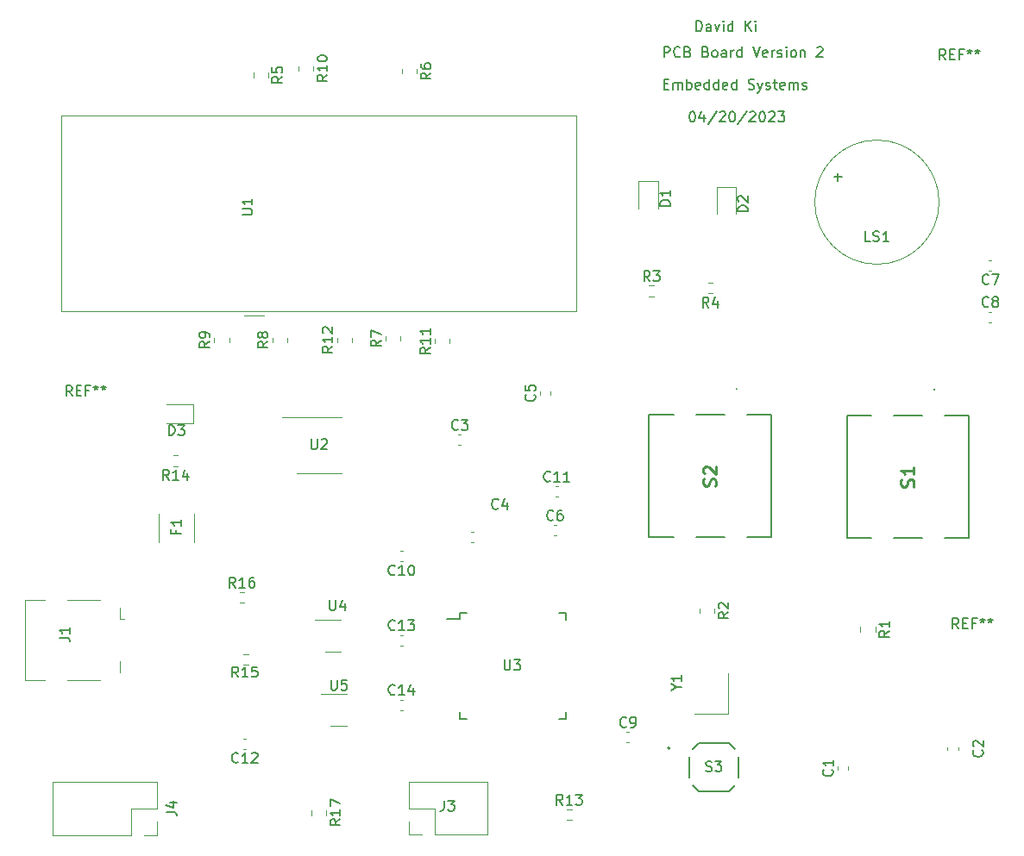
<source format=gbr>
%TF.GenerationSoftware,KiCad,Pcbnew,7.0.1*%
%TF.CreationDate,2023-04-20T17:38:12-06:00*%
%TF.ProjectId,Phase_B_UnoShield,50686173-655f-4425-9f55-6e6f53686965,rev?*%
%TF.SameCoordinates,Original*%
%TF.FileFunction,Legend,Top*%
%TF.FilePolarity,Positive*%
%FSLAX46Y46*%
G04 Gerber Fmt 4.6, Leading zero omitted, Abs format (unit mm)*
G04 Created by KiCad (PCBNEW 7.0.1) date 2023-04-20 17:38:12*
%MOMM*%
%LPD*%
G01*
G04 APERTURE LIST*
%ADD10C,0.150000*%
%ADD11C,0.254000*%
%ADD12C,0.120000*%
%ADD13C,0.100000*%
%ADD14C,0.200000*%
%ADD15C,0.127000*%
G04 APERTURE END LIST*
D10*
X83423095Y-44327619D02*
X83423095Y-43327619D01*
X83423095Y-43327619D02*
X83661190Y-43327619D01*
X83661190Y-43327619D02*
X83804047Y-43375238D01*
X83804047Y-43375238D02*
X83899285Y-43470476D01*
X83899285Y-43470476D02*
X83946904Y-43565714D01*
X83946904Y-43565714D02*
X83994523Y-43756190D01*
X83994523Y-43756190D02*
X83994523Y-43899047D01*
X83994523Y-43899047D02*
X83946904Y-44089523D01*
X83946904Y-44089523D02*
X83899285Y-44184761D01*
X83899285Y-44184761D02*
X83804047Y-44280000D01*
X83804047Y-44280000D02*
X83661190Y-44327619D01*
X83661190Y-44327619D02*
X83423095Y-44327619D01*
X84851666Y-44327619D02*
X84851666Y-43803809D01*
X84851666Y-43803809D02*
X84804047Y-43708571D01*
X84804047Y-43708571D02*
X84708809Y-43660952D01*
X84708809Y-43660952D02*
X84518333Y-43660952D01*
X84518333Y-43660952D02*
X84423095Y-43708571D01*
X84851666Y-44280000D02*
X84756428Y-44327619D01*
X84756428Y-44327619D02*
X84518333Y-44327619D01*
X84518333Y-44327619D02*
X84423095Y-44280000D01*
X84423095Y-44280000D02*
X84375476Y-44184761D01*
X84375476Y-44184761D02*
X84375476Y-44089523D01*
X84375476Y-44089523D02*
X84423095Y-43994285D01*
X84423095Y-43994285D02*
X84518333Y-43946666D01*
X84518333Y-43946666D02*
X84756428Y-43946666D01*
X84756428Y-43946666D02*
X84851666Y-43899047D01*
X85232619Y-43660952D02*
X85470714Y-44327619D01*
X85470714Y-44327619D02*
X85708809Y-43660952D01*
X86089762Y-44327619D02*
X86089762Y-43660952D01*
X86089762Y-43327619D02*
X86042143Y-43375238D01*
X86042143Y-43375238D02*
X86089762Y-43422857D01*
X86089762Y-43422857D02*
X86137381Y-43375238D01*
X86137381Y-43375238D02*
X86089762Y-43327619D01*
X86089762Y-43327619D02*
X86089762Y-43422857D01*
X86994523Y-44327619D02*
X86994523Y-43327619D01*
X86994523Y-44280000D02*
X86899285Y-44327619D01*
X86899285Y-44327619D02*
X86708809Y-44327619D01*
X86708809Y-44327619D02*
X86613571Y-44280000D01*
X86613571Y-44280000D02*
X86565952Y-44232380D01*
X86565952Y-44232380D02*
X86518333Y-44137142D01*
X86518333Y-44137142D02*
X86518333Y-43851428D01*
X86518333Y-43851428D02*
X86565952Y-43756190D01*
X86565952Y-43756190D02*
X86613571Y-43708571D01*
X86613571Y-43708571D02*
X86708809Y-43660952D01*
X86708809Y-43660952D02*
X86899285Y-43660952D01*
X86899285Y-43660952D02*
X86994523Y-43708571D01*
X88232619Y-44327619D02*
X88232619Y-43327619D01*
X88804047Y-44327619D02*
X88375476Y-43756190D01*
X88804047Y-43327619D02*
X88232619Y-43899047D01*
X89232619Y-44327619D02*
X89232619Y-43660952D01*
X89232619Y-43327619D02*
X89185000Y-43375238D01*
X89185000Y-43375238D02*
X89232619Y-43422857D01*
X89232619Y-43422857D02*
X89280238Y-43375238D01*
X89280238Y-43375238D02*
X89232619Y-43327619D01*
X89232619Y-43327619D02*
X89232619Y-43422857D01*
X80248095Y-46867619D02*
X80248095Y-45867619D01*
X80248095Y-45867619D02*
X80629047Y-45867619D01*
X80629047Y-45867619D02*
X80724285Y-45915238D01*
X80724285Y-45915238D02*
X80771904Y-45962857D01*
X80771904Y-45962857D02*
X80819523Y-46058095D01*
X80819523Y-46058095D02*
X80819523Y-46200952D01*
X80819523Y-46200952D02*
X80771904Y-46296190D01*
X80771904Y-46296190D02*
X80724285Y-46343809D01*
X80724285Y-46343809D02*
X80629047Y-46391428D01*
X80629047Y-46391428D02*
X80248095Y-46391428D01*
X81819523Y-46772380D02*
X81771904Y-46820000D01*
X81771904Y-46820000D02*
X81629047Y-46867619D01*
X81629047Y-46867619D02*
X81533809Y-46867619D01*
X81533809Y-46867619D02*
X81390952Y-46820000D01*
X81390952Y-46820000D02*
X81295714Y-46724761D01*
X81295714Y-46724761D02*
X81248095Y-46629523D01*
X81248095Y-46629523D02*
X81200476Y-46439047D01*
X81200476Y-46439047D02*
X81200476Y-46296190D01*
X81200476Y-46296190D02*
X81248095Y-46105714D01*
X81248095Y-46105714D02*
X81295714Y-46010476D01*
X81295714Y-46010476D02*
X81390952Y-45915238D01*
X81390952Y-45915238D02*
X81533809Y-45867619D01*
X81533809Y-45867619D02*
X81629047Y-45867619D01*
X81629047Y-45867619D02*
X81771904Y-45915238D01*
X81771904Y-45915238D02*
X81819523Y-45962857D01*
X82581428Y-46343809D02*
X82724285Y-46391428D01*
X82724285Y-46391428D02*
X82771904Y-46439047D01*
X82771904Y-46439047D02*
X82819523Y-46534285D01*
X82819523Y-46534285D02*
X82819523Y-46677142D01*
X82819523Y-46677142D02*
X82771904Y-46772380D01*
X82771904Y-46772380D02*
X82724285Y-46820000D01*
X82724285Y-46820000D02*
X82629047Y-46867619D01*
X82629047Y-46867619D02*
X82248095Y-46867619D01*
X82248095Y-46867619D02*
X82248095Y-45867619D01*
X82248095Y-45867619D02*
X82581428Y-45867619D01*
X82581428Y-45867619D02*
X82676666Y-45915238D01*
X82676666Y-45915238D02*
X82724285Y-45962857D01*
X82724285Y-45962857D02*
X82771904Y-46058095D01*
X82771904Y-46058095D02*
X82771904Y-46153333D01*
X82771904Y-46153333D02*
X82724285Y-46248571D01*
X82724285Y-46248571D02*
X82676666Y-46296190D01*
X82676666Y-46296190D02*
X82581428Y-46343809D01*
X82581428Y-46343809D02*
X82248095Y-46343809D01*
X84343333Y-46343809D02*
X84486190Y-46391428D01*
X84486190Y-46391428D02*
X84533809Y-46439047D01*
X84533809Y-46439047D02*
X84581428Y-46534285D01*
X84581428Y-46534285D02*
X84581428Y-46677142D01*
X84581428Y-46677142D02*
X84533809Y-46772380D01*
X84533809Y-46772380D02*
X84486190Y-46820000D01*
X84486190Y-46820000D02*
X84390952Y-46867619D01*
X84390952Y-46867619D02*
X84010000Y-46867619D01*
X84010000Y-46867619D02*
X84010000Y-45867619D01*
X84010000Y-45867619D02*
X84343333Y-45867619D01*
X84343333Y-45867619D02*
X84438571Y-45915238D01*
X84438571Y-45915238D02*
X84486190Y-45962857D01*
X84486190Y-45962857D02*
X84533809Y-46058095D01*
X84533809Y-46058095D02*
X84533809Y-46153333D01*
X84533809Y-46153333D02*
X84486190Y-46248571D01*
X84486190Y-46248571D02*
X84438571Y-46296190D01*
X84438571Y-46296190D02*
X84343333Y-46343809D01*
X84343333Y-46343809D02*
X84010000Y-46343809D01*
X85152857Y-46867619D02*
X85057619Y-46820000D01*
X85057619Y-46820000D02*
X85010000Y-46772380D01*
X85010000Y-46772380D02*
X84962381Y-46677142D01*
X84962381Y-46677142D02*
X84962381Y-46391428D01*
X84962381Y-46391428D02*
X85010000Y-46296190D01*
X85010000Y-46296190D02*
X85057619Y-46248571D01*
X85057619Y-46248571D02*
X85152857Y-46200952D01*
X85152857Y-46200952D02*
X85295714Y-46200952D01*
X85295714Y-46200952D02*
X85390952Y-46248571D01*
X85390952Y-46248571D02*
X85438571Y-46296190D01*
X85438571Y-46296190D02*
X85486190Y-46391428D01*
X85486190Y-46391428D02*
X85486190Y-46677142D01*
X85486190Y-46677142D02*
X85438571Y-46772380D01*
X85438571Y-46772380D02*
X85390952Y-46820000D01*
X85390952Y-46820000D02*
X85295714Y-46867619D01*
X85295714Y-46867619D02*
X85152857Y-46867619D01*
X86343333Y-46867619D02*
X86343333Y-46343809D01*
X86343333Y-46343809D02*
X86295714Y-46248571D01*
X86295714Y-46248571D02*
X86200476Y-46200952D01*
X86200476Y-46200952D02*
X86010000Y-46200952D01*
X86010000Y-46200952D02*
X85914762Y-46248571D01*
X86343333Y-46820000D02*
X86248095Y-46867619D01*
X86248095Y-46867619D02*
X86010000Y-46867619D01*
X86010000Y-46867619D02*
X85914762Y-46820000D01*
X85914762Y-46820000D02*
X85867143Y-46724761D01*
X85867143Y-46724761D02*
X85867143Y-46629523D01*
X85867143Y-46629523D02*
X85914762Y-46534285D01*
X85914762Y-46534285D02*
X86010000Y-46486666D01*
X86010000Y-46486666D02*
X86248095Y-46486666D01*
X86248095Y-46486666D02*
X86343333Y-46439047D01*
X86819524Y-46867619D02*
X86819524Y-46200952D01*
X86819524Y-46391428D02*
X86867143Y-46296190D01*
X86867143Y-46296190D02*
X86914762Y-46248571D01*
X86914762Y-46248571D02*
X87010000Y-46200952D01*
X87010000Y-46200952D02*
X87105238Y-46200952D01*
X87867143Y-46867619D02*
X87867143Y-45867619D01*
X87867143Y-46820000D02*
X87771905Y-46867619D01*
X87771905Y-46867619D02*
X87581429Y-46867619D01*
X87581429Y-46867619D02*
X87486191Y-46820000D01*
X87486191Y-46820000D02*
X87438572Y-46772380D01*
X87438572Y-46772380D02*
X87390953Y-46677142D01*
X87390953Y-46677142D02*
X87390953Y-46391428D01*
X87390953Y-46391428D02*
X87438572Y-46296190D01*
X87438572Y-46296190D02*
X87486191Y-46248571D01*
X87486191Y-46248571D02*
X87581429Y-46200952D01*
X87581429Y-46200952D02*
X87771905Y-46200952D01*
X87771905Y-46200952D02*
X87867143Y-46248571D01*
X88962382Y-45867619D02*
X89295715Y-46867619D01*
X89295715Y-46867619D02*
X89629048Y-45867619D01*
X90343334Y-46820000D02*
X90248096Y-46867619D01*
X90248096Y-46867619D02*
X90057620Y-46867619D01*
X90057620Y-46867619D02*
X89962382Y-46820000D01*
X89962382Y-46820000D02*
X89914763Y-46724761D01*
X89914763Y-46724761D02*
X89914763Y-46343809D01*
X89914763Y-46343809D02*
X89962382Y-46248571D01*
X89962382Y-46248571D02*
X90057620Y-46200952D01*
X90057620Y-46200952D02*
X90248096Y-46200952D01*
X90248096Y-46200952D02*
X90343334Y-46248571D01*
X90343334Y-46248571D02*
X90390953Y-46343809D01*
X90390953Y-46343809D02*
X90390953Y-46439047D01*
X90390953Y-46439047D02*
X89914763Y-46534285D01*
X90819525Y-46867619D02*
X90819525Y-46200952D01*
X90819525Y-46391428D02*
X90867144Y-46296190D01*
X90867144Y-46296190D02*
X90914763Y-46248571D01*
X90914763Y-46248571D02*
X91010001Y-46200952D01*
X91010001Y-46200952D02*
X91105239Y-46200952D01*
X91390954Y-46820000D02*
X91486192Y-46867619D01*
X91486192Y-46867619D02*
X91676668Y-46867619D01*
X91676668Y-46867619D02*
X91771906Y-46820000D01*
X91771906Y-46820000D02*
X91819525Y-46724761D01*
X91819525Y-46724761D02*
X91819525Y-46677142D01*
X91819525Y-46677142D02*
X91771906Y-46581904D01*
X91771906Y-46581904D02*
X91676668Y-46534285D01*
X91676668Y-46534285D02*
X91533811Y-46534285D01*
X91533811Y-46534285D02*
X91438573Y-46486666D01*
X91438573Y-46486666D02*
X91390954Y-46391428D01*
X91390954Y-46391428D02*
X91390954Y-46343809D01*
X91390954Y-46343809D02*
X91438573Y-46248571D01*
X91438573Y-46248571D02*
X91533811Y-46200952D01*
X91533811Y-46200952D02*
X91676668Y-46200952D01*
X91676668Y-46200952D02*
X91771906Y-46248571D01*
X92248097Y-46867619D02*
X92248097Y-46200952D01*
X92248097Y-45867619D02*
X92200478Y-45915238D01*
X92200478Y-45915238D02*
X92248097Y-45962857D01*
X92248097Y-45962857D02*
X92295716Y-45915238D01*
X92295716Y-45915238D02*
X92248097Y-45867619D01*
X92248097Y-45867619D02*
X92248097Y-45962857D01*
X92867144Y-46867619D02*
X92771906Y-46820000D01*
X92771906Y-46820000D02*
X92724287Y-46772380D01*
X92724287Y-46772380D02*
X92676668Y-46677142D01*
X92676668Y-46677142D02*
X92676668Y-46391428D01*
X92676668Y-46391428D02*
X92724287Y-46296190D01*
X92724287Y-46296190D02*
X92771906Y-46248571D01*
X92771906Y-46248571D02*
X92867144Y-46200952D01*
X92867144Y-46200952D02*
X93010001Y-46200952D01*
X93010001Y-46200952D02*
X93105239Y-46248571D01*
X93105239Y-46248571D02*
X93152858Y-46296190D01*
X93152858Y-46296190D02*
X93200477Y-46391428D01*
X93200477Y-46391428D02*
X93200477Y-46677142D01*
X93200477Y-46677142D02*
X93152858Y-46772380D01*
X93152858Y-46772380D02*
X93105239Y-46820000D01*
X93105239Y-46820000D02*
X93010001Y-46867619D01*
X93010001Y-46867619D02*
X92867144Y-46867619D01*
X93629049Y-46200952D02*
X93629049Y-46867619D01*
X93629049Y-46296190D02*
X93676668Y-46248571D01*
X93676668Y-46248571D02*
X93771906Y-46200952D01*
X93771906Y-46200952D02*
X93914763Y-46200952D01*
X93914763Y-46200952D02*
X94010001Y-46248571D01*
X94010001Y-46248571D02*
X94057620Y-46343809D01*
X94057620Y-46343809D02*
X94057620Y-46867619D01*
X95248097Y-45962857D02*
X95295716Y-45915238D01*
X95295716Y-45915238D02*
X95390954Y-45867619D01*
X95390954Y-45867619D02*
X95629049Y-45867619D01*
X95629049Y-45867619D02*
X95724287Y-45915238D01*
X95724287Y-45915238D02*
X95771906Y-45962857D01*
X95771906Y-45962857D02*
X95819525Y-46058095D01*
X95819525Y-46058095D02*
X95819525Y-46153333D01*
X95819525Y-46153333D02*
X95771906Y-46296190D01*
X95771906Y-46296190D02*
X95200478Y-46867619D01*
X95200478Y-46867619D02*
X95819525Y-46867619D01*
X82978571Y-52217619D02*
X83073809Y-52217619D01*
X83073809Y-52217619D02*
X83169047Y-52265238D01*
X83169047Y-52265238D02*
X83216666Y-52312857D01*
X83216666Y-52312857D02*
X83264285Y-52408095D01*
X83264285Y-52408095D02*
X83311904Y-52598571D01*
X83311904Y-52598571D02*
X83311904Y-52836666D01*
X83311904Y-52836666D02*
X83264285Y-53027142D01*
X83264285Y-53027142D02*
X83216666Y-53122380D01*
X83216666Y-53122380D02*
X83169047Y-53170000D01*
X83169047Y-53170000D02*
X83073809Y-53217619D01*
X83073809Y-53217619D02*
X82978571Y-53217619D01*
X82978571Y-53217619D02*
X82883333Y-53170000D01*
X82883333Y-53170000D02*
X82835714Y-53122380D01*
X82835714Y-53122380D02*
X82788095Y-53027142D01*
X82788095Y-53027142D02*
X82740476Y-52836666D01*
X82740476Y-52836666D02*
X82740476Y-52598571D01*
X82740476Y-52598571D02*
X82788095Y-52408095D01*
X82788095Y-52408095D02*
X82835714Y-52312857D01*
X82835714Y-52312857D02*
X82883333Y-52265238D01*
X82883333Y-52265238D02*
X82978571Y-52217619D01*
X84169047Y-52550952D02*
X84169047Y-53217619D01*
X83930952Y-52170000D02*
X83692857Y-52884285D01*
X83692857Y-52884285D02*
X84311904Y-52884285D01*
X85407142Y-52170000D02*
X84550000Y-53455714D01*
X85692857Y-52312857D02*
X85740476Y-52265238D01*
X85740476Y-52265238D02*
X85835714Y-52217619D01*
X85835714Y-52217619D02*
X86073809Y-52217619D01*
X86073809Y-52217619D02*
X86169047Y-52265238D01*
X86169047Y-52265238D02*
X86216666Y-52312857D01*
X86216666Y-52312857D02*
X86264285Y-52408095D01*
X86264285Y-52408095D02*
X86264285Y-52503333D01*
X86264285Y-52503333D02*
X86216666Y-52646190D01*
X86216666Y-52646190D02*
X85645238Y-53217619D01*
X85645238Y-53217619D02*
X86264285Y-53217619D01*
X86883333Y-52217619D02*
X86978571Y-52217619D01*
X86978571Y-52217619D02*
X87073809Y-52265238D01*
X87073809Y-52265238D02*
X87121428Y-52312857D01*
X87121428Y-52312857D02*
X87169047Y-52408095D01*
X87169047Y-52408095D02*
X87216666Y-52598571D01*
X87216666Y-52598571D02*
X87216666Y-52836666D01*
X87216666Y-52836666D02*
X87169047Y-53027142D01*
X87169047Y-53027142D02*
X87121428Y-53122380D01*
X87121428Y-53122380D02*
X87073809Y-53170000D01*
X87073809Y-53170000D02*
X86978571Y-53217619D01*
X86978571Y-53217619D02*
X86883333Y-53217619D01*
X86883333Y-53217619D02*
X86788095Y-53170000D01*
X86788095Y-53170000D02*
X86740476Y-53122380D01*
X86740476Y-53122380D02*
X86692857Y-53027142D01*
X86692857Y-53027142D02*
X86645238Y-52836666D01*
X86645238Y-52836666D02*
X86645238Y-52598571D01*
X86645238Y-52598571D02*
X86692857Y-52408095D01*
X86692857Y-52408095D02*
X86740476Y-52312857D01*
X86740476Y-52312857D02*
X86788095Y-52265238D01*
X86788095Y-52265238D02*
X86883333Y-52217619D01*
X88359523Y-52170000D02*
X87502381Y-53455714D01*
X88645238Y-52312857D02*
X88692857Y-52265238D01*
X88692857Y-52265238D02*
X88788095Y-52217619D01*
X88788095Y-52217619D02*
X89026190Y-52217619D01*
X89026190Y-52217619D02*
X89121428Y-52265238D01*
X89121428Y-52265238D02*
X89169047Y-52312857D01*
X89169047Y-52312857D02*
X89216666Y-52408095D01*
X89216666Y-52408095D02*
X89216666Y-52503333D01*
X89216666Y-52503333D02*
X89169047Y-52646190D01*
X89169047Y-52646190D02*
X88597619Y-53217619D01*
X88597619Y-53217619D02*
X89216666Y-53217619D01*
X89835714Y-52217619D02*
X89930952Y-52217619D01*
X89930952Y-52217619D02*
X90026190Y-52265238D01*
X90026190Y-52265238D02*
X90073809Y-52312857D01*
X90073809Y-52312857D02*
X90121428Y-52408095D01*
X90121428Y-52408095D02*
X90169047Y-52598571D01*
X90169047Y-52598571D02*
X90169047Y-52836666D01*
X90169047Y-52836666D02*
X90121428Y-53027142D01*
X90121428Y-53027142D02*
X90073809Y-53122380D01*
X90073809Y-53122380D02*
X90026190Y-53170000D01*
X90026190Y-53170000D02*
X89930952Y-53217619D01*
X89930952Y-53217619D02*
X89835714Y-53217619D01*
X89835714Y-53217619D02*
X89740476Y-53170000D01*
X89740476Y-53170000D02*
X89692857Y-53122380D01*
X89692857Y-53122380D02*
X89645238Y-53027142D01*
X89645238Y-53027142D02*
X89597619Y-52836666D01*
X89597619Y-52836666D02*
X89597619Y-52598571D01*
X89597619Y-52598571D02*
X89645238Y-52408095D01*
X89645238Y-52408095D02*
X89692857Y-52312857D01*
X89692857Y-52312857D02*
X89740476Y-52265238D01*
X89740476Y-52265238D02*
X89835714Y-52217619D01*
X90550000Y-52312857D02*
X90597619Y-52265238D01*
X90597619Y-52265238D02*
X90692857Y-52217619D01*
X90692857Y-52217619D02*
X90930952Y-52217619D01*
X90930952Y-52217619D02*
X91026190Y-52265238D01*
X91026190Y-52265238D02*
X91073809Y-52312857D01*
X91073809Y-52312857D02*
X91121428Y-52408095D01*
X91121428Y-52408095D02*
X91121428Y-52503333D01*
X91121428Y-52503333D02*
X91073809Y-52646190D01*
X91073809Y-52646190D02*
X90502381Y-53217619D01*
X90502381Y-53217619D02*
X91121428Y-53217619D01*
X91454762Y-52217619D02*
X92073809Y-52217619D01*
X92073809Y-52217619D02*
X91740476Y-52598571D01*
X91740476Y-52598571D02*
X91883333Y-52598571D01*
X91883333Y-52598571D02*
X91978571Y-52646190D01*
X91978571Y-52646190D02*
X92026190Y-52693809D01*
X92026190Y-52693809D02*
X92073809Y-52789047D01*
X92073809Y-52789047D02*
X92073809Y-53027142D01*
X92073809Y-53027142D02*
X92026190Y-53122380D01*
X92026190Y-53122380D02*
X91978571Y-53170000D01*
X91978571Y-53170000D02*
X91883333Y-53217619D01*
X91883333Y-53217619D02*
X91597619Y-53217619D01*
X91597619Y-53217619D02*
X91502381Y-53170000D01*
X91502381Y-53170000D02*
X91454762Y-53122380D01*
X80248095Y-49518809D02*
X80581428Y-49518809D01*
X80724285Y-50042619D02*
X80248095Y-50042619D01*
X80248095Y-50042619D02*
X80248095Y-49042619D01*
X80248095Y-49042619D02*
X80724285Y-49042619D01*
X81152857Y-50042619D02*
X81152857Y-49375952D01*
X81152857Y-49471190D02*
X81200476Y-49423571D01*
X81200476Y-49423571D02*
X81295714Y-49375952D01*
X81295714Y-49375952D02*
X81438571Y-49375952D01*
X81438571Y-49375952D02*
X81533809Y-49423571D01*
X81533809Y-49423571D02*
X81581428Y-49518809D01*
X81581428Y-49518809D02*
X81581428Y-50042619D01*
X81581428Y-49518809D02*
X81629047Y-49423571D01*
X81629047Y-49423571D02*
X81724285Y-49375952D01*
X81724285Y-49375952D02*
X81867142Y-49375952D01*
X81867142Y-49375952D02*
X81962381Y-49423571D01*
X81962381Y-49423571D02*
X82010000Y-49518809D01*
X82010000Y-49518809D02*
X82010000Y-50042619D01*
X82486190Y-50042619D02*
X82486190Y-49042619D01*
X82486190Y-49423571D02*
X82581428Y-49375952D01*
X82581428Y-49375952D02*
X82771904Y-49375952D01*
X82771904Y-49375952D02*
X82867142Y-49423571D01*
X82867142Y-49423571D02*
X82914761Y-49471190D01*
X82914761Y-49471190D02*
X82962380Y-49566428D01*
X82962380Y-49566428D02*
X82962380Y-49852142D01*
X82962380Y-49852142D02*
X82914761Y-49947380D01*
X82914761Y-49947380D02*
X82867142Y-49995000D01*
X82867142Y-49995000D02*
X82771904Y-50042619D01*
X82771904Y-50042619D02*
X82581428Y-50042619D01*
X82581428Y-50042619D02*
X82486190Y-49995000D01*
X83771904Y-49995000D02*
X83676666Y-50042619D01*
X83676666Y-50042619D02*
X83486190Y-50042619D01*
X83486190Y-50042619D02*
X83390952Y-49995000D01*
X83390952Y-49995000D02*
X83343333Y-49899761D01*
X83343333Y-49899761D02*
X83343333Y-49518809D01*
X83343333Y-49518809D02*
X83390952Y-49423571D01*
X83390952Y-49423571D02*
X83486190Y-49375952D01*
X83486190Y-49375952D02*
X83676666Y-49375952D01*
X83676666Y-49375952D02*
X83771904Y-49423571D01*
X83771904Y-49423571D02*
X83819523Y-49518809D01*
X83819523Y-49518809D02*
X83819523Y-49614047D01*
X83819523Y-49614047D02*
X83343333Y-49709285D01*
X84676666Y-50042619D02*
X84676666Y-49042619D01*
X84676666Y-49995000D02*
X84581428Y-50042619D01*
X84581428Y-50042619D02*
X84390952Y-50042619D01*
X84390952Y-50042619D02*
X84295714Y-49995000D01*
X84295714Y-49995000D02*
X84248095Y-49947380D01*
X84248095Y-49947380D02*
X84200476Y-49852142D01*
X84200476Y-49852142D02*
X84200476Y-49566428D01*
X84200476Y-49566428D02*
X84248095Y-49471190D01*
X84248095Y-49471190D02*
X84295714Y-49423571D01*
X84295714Y-49423571D02*
X84390952Y-49375952D01*
X84390952Y-49375952D02*
X84581428Y-49375952D01*
X84581428Y-49375952D02*
X84676666Y-49423571D01*
X85581428Y-50042619D02*
X85581428Y-49042619D01*
X85581428Y-49995000D02*
X85486190Y-50042619D01*
X85486190Y-50042619D02*
X85295714Y-50042619D01*
X85295714Y-50042619D02*
X85200476Y-49995000D01*
X85200476Y-49995000D02*
X85152857Y-49947380D01*
X85152857Y-49947380D02*
X85105238Y-49852142D01*
X85105238Y-49852142D02*
X85105238Y-49566428D01*
X85105238Y-49566428D02*
X85152857Y-49471190D01*
X85152857Y-49471190D02*
X85200476Y-49423571D01*
X85200476Y-49423571D02*
X85295714Y-49375952D01*
X85295714Y-49375952D02*
X85486190Y-49375952D01*
X85486190Y-49375952D02*
X85581428Y-49423571D01*
X86438571Y-49995000D02*
X86343333Y-50042619D01*
X86343333Y-50042619D02*
X86152857Y-50042619D01*
X86152857Y-50042619D02*
X86057619Y-49995000D01*
X86057619Y-49995000D02*
X86010000Y-49899761D01*
X86010000Y-49899761D02*
X86010000Y-49518809D01*
X86010000Y-49518809D02*
X86057619Y-49423571D01*
X86057619Y-49423571D02*
X86152857Y-49375952D01*
X86152857Y-49375952D02*
X86343333Y-49375952D01*
X86343333Y-49375952D02*
X86438571Y-49423571D01*
X86438571Y-49423571D02*
X86486190Y-49518809D01*
X86486190Y-49518809D02*
X86486190Y-49614047D01*
X86486190Y-49614047D02*
X86010000Y-49709285D01*
X87343333Y-50042619D02*
X87343333Y-49042619D01*
X87343333Y-49995000D02*
X87248095Y-50042619D01*
X87248095Y-50042619D02*
X87057619Y-50042619D01*
X87057619Y-50042619D02*
X86962381Y-49995000D01*
X86962381Y-49995000D02*
X86914762Y-49947380D01*
X86914762Y-49947380D02*
X86867143Y-49852142D01*
X86867143Y-49852142D02*
X86867143Y-49566428D01*
X86867143Y-49566428D02*
X86914762Y-49471190D01*
X86914762Y-49471190D02*
X86962381Y-49423571D01*
X86962381Y-49423571D02*
X87057619Y-49375952D01*
X87057619Y-49375952D02*
X87248095Y-49375952D01*
X87248095Y-49375952D02*
X87343333Y-49423571D01*
X88533810Y-49995000D02*
X88676667Y-50042619D01*
X88676667Y-50042619D02*
X88914762Y-50042619D01*
X88914762Y-50042619D02*
X89010000Y-49995000D01*
X89010000Y-49995000D02*
X89057619Y-49947380D01*
X89057619Y-49947380D02*
X89105238Y-49852142D01*
X89105238Y-49852142D02*
X89105238Y-49756904D01*
X89105238Y-49756904D02*
X89057619Y-49661666D01*
X89057619Y-49661666D02*
X89010000Y-49614047D01*
X89010000Y-49614047D02*
X88914762Y-49566428D01*
X88914762Y-49566428D02*
X88724286Y-49518809D01*
X88724286Y-49518809D02*
X88629048Y-49471190D01*
X88629048Y-49471190D02*
X88581429Y-49423571D01*
X88581429Y-49423571D02*
X88533810Y-49328333D01*
X88533810Y-49328333D02*
X88533810Y-49233095D01*
X88533810Y-49233095D02*
X88581429Y-49137857D01*
X88581429Y-49137857D02*
X88629048Y-49090238D01*
X88629048Y-49090238D02*
X88724286Y-49042619D01*
X88724286Y-49042619D02*
X88962381Y-49042619D01*
X88962381Y-49042619D02*
X89105238Y-49090238D01*
X89438572Y-49375952D02*
X89676667Y-50042619D01*
X89914762Y-49375952D02*
X89676667Y-50042619D01*
X89676667Y-50042619D02*
X89581429Y-50280714D01*
X89581429Y-50280714D02*
X89533810Y-50328333D01*
X89533810Y-50328333D02*
X89438572Y-50375952D01*
X90248096Y-49995000D02*
X90343334Y-50042619D01*
X90343334Y-50042619D02*
X90533810Y-50042619D01*
X90533810Y-50042619D02*
X90629048Y-49995000D01*
X90629048Y-49995000D02*
X90676667Y-49899761D01*
X90676667Y-49899761D02*
X90676667Y-49852142D01*
X90676667Y-49852142D02*
X90629048Y-49756904D01*
X90629048Y-49756904D02*
X90533810Y-49709285D01*
X90533810Y-49709285D02*
X90390953Y-49709285D01*
X90390953Y-49709285D02*
X90295715Y-49661666D01*
X90295715Y-49661666D02*
X90248096Y-49566428D01*
X90248096Y-49566428D02*
X90248096Y-49518809D01*
X90248096Y-49518809D02*
X90295715Y-49423571D01*
X90295715Y-49423571D02*
X90390953Y-49375952D01*
X90390953Y-49375952D02*
X90533810Y-49375952D01*
X90533810Y-49375952D02*
X90629048Y-49423571D01*
X90962382Y-49375952D02*
X91343334Y-49375952D01*
X91105239Y-49042619D02*
X91105239Y-49899761D01*
X91105239Y-49899761D02*
X91152858Y-49995000D01*
X91152858Y-49995000D02*
X91248096Y-50042619D01*
X91248096Y-50042619D02*
X91343334Y-50042619D01*
X92057620Y-49995000D02*
X91962382Y-50042619D01*
X91962382Y-50042619D02*
X91771906Y-50042619D01*
X91771906Y-50042619D02*
X91676668Y-49995000D01*
X91676668Y-49995000D02*
X91629049Y-49899761D01*
X91629049Y-49899761D02*
X91629049Y-49518809D01*
X91629049Y-49518809D02*
X91676668Y-49423571D01*
X91676668Y-49423571D02*
X91771906Y-49375952D01*
X91771906Y-49375952D02*
X91962382Y-49375952D01*
X91962382Y-49375952D02*
X92057620Y-49423571D01*
X92057620Y-49423571D02*
X92105239Y-49518809D01*
X92105239Y-49518809D02*
X92105239Y-49614047D01*
X92105239Y-49614047D02*
X91629049Y-49709285D01*
X92533811Y-50042619D02*
X92533811Y-49375952D01*
X92533811Y-49471190D02*
X92581430Y-49423571D01*
X92581430Y-49423571D02*
X92676668Y-49375952D01*
X92676668Y-49375952D02*
X92819525Y-49375952D01*
X92819525Y-49375952D02*
X92914763Y-49423571D01*
X92914763Y-49423571D02*
X92962382Y-49518809D01*
X92962382Y-49518809D02*
X92962382Y-50042619D01*
X92962382Y-49518809D02*
X93010001Y-49423571D01*
X93010001Y-49423571D02*
X93105239Y-49375952D01*
X93105239Y-49375952D02*
X93248096Y-49375952D01*
X93248096Y-49375952D02*
X93343335Y-49423571D01*
X93343335Y-49423571D02*
X93390954Y-49518809D01*
X93390954Y-49518809D02*
X93390954Y-50042619D01*
X93819525Y-49995000D02*
X93914763Y-50042619D01*
X93914763Y-50042619D02*
X94105239Y-50042619D01*
X94105239Y-50042619D02*
X94200477Y-49995000D01*
X94200477Y-49995000D02*
X94248096Y-49899761D01*
X94248096Y-49899761D02*
X94248096Y-49852142D01*
X94248096Y-49852142D02*
X94200477Y-49756904D01*
X94200477Y-49756904D02*
X94105239Y-49709285D01*
X94105239Y-49709285D02*
X93962382Y-49709285D01*
X93962382Y-49709285D02*
X93867144Y-49661666D01*
X93867144Y-49661666D02*
X93819525Y-49566428D01*
X93819525Y-49566428D02*
X93819525Y-49518809D01*
X93819525Y-49518809D02*
X93867144Y-49423571D01*
X93867144Y-49423571D02*
X93962382Y-49375952D01*
X93962382Y-49375952D02*
X94105239Y-49375952D01*
X94105239Y-49375952D02*
X94200477Y-49423571D01*
%TO.C,R7*%
X52466144Y-74688156D02*
X51989953Y-75021489D01*
X52466144Y-75259584D02*
X51466144Y-75259584D01*
X51466144Y-75259584D02*
X51466144Y-74878632D01*
X51466144Y-74878632D02*
X51513763Y-74783394D01*
X51513763Y-74783394D02*
X51561382Y-74735775D01*
X51561382Y-74735775D02*
X51656620Y-74688156D01*
X51656620Y-74688156D02*
X51799477Y-74688156D01*
X51799477Y-74688156D02*
X51894715Y-74735775D01*
X51894715Y-74735775D02*
X51942334Y-74783394D01*
X51942334Y-74783394D02*
X51989953Y-74878632D01*
X51989953Y-74878632D02*
X51989953Y-75259584D01*
X51466144Y-74354822D02*
X51466144Y-73688156D01*
X51466144Y-73688156D02*
X52466144Y-74116727D01*
%TO.C,R12*%
X47707619Y-75295357D02*
X47231428Y-75628690D01*
X47707619Y-75866785D02*
X46707619Y-75866785D01*
X46707619Y-75866785D02*
X46707619Y-75485833D01*
X46707619Y-75485833D02*
X46755238Y-75390595D01*
X46755238Y-75390595D02*
X46802857Y-75342976D01*
X46802857Y-75342976D02*
X46898095Y-75295357D01*
X46898095Y-75295357D02*
X47040952Y-75295357D01*
X47040952Y-75295357D02*
X47136190Y-75342976D01*
X47136190Y-75342976D02*
X47183809Y-75390595D01*
X47183809Y-75390595D02*
X47231428Y-75485833D01*
X47231428Y-75485833D02*
X47231428Y-75866785D01*
X47707619Y-74342976D02*
X47707619Y-74914404D01*
X47707619Y-74628690D02*
X46707619Y-74628690D01*
X46707619Y-74628690D02*
X46850476Y-74723928D01*
X46850476Y-74723928D02*
X46945714Y-74819166D01*
X46945714Y-74819166D02*
X46993333Y-74914404D01*
X46802857Y-73962023D02*
X46755238Y-73914404D01*
X46755238Y-73914404D02*
X46707619Y-73819166D01*
X46707619Y-73819166D02*
X46707619Y-73581071D01*
X46707619Y-73581071D02*
X46755238Y-73485833D01*
X46755238Y-73485833D02*
X46802857Y-73438214D01*
X46802857Y-73438214D02*
X46898095Y-73390595D01*
X46898095Y-73390595D02*
X46993333Y-73390595D01*
X46993333Y-73390595D02*
X47136190Y-73438214D01*
X47136190Y-73438214D02*
X47707619Y-74009642D01*
X47707619Y-74009642D02*
X47707619Y-73390595D01*
%TO.C,R10*%
X47197619Y-48625357D02*
X46721428Y-48958690D01*
X47197619Y-49196785D02*
X46197619Y-49196785D01*
X46197619Y-49196785D02*
X46197619Y-48815833D01*
X46197619Y-48815833D02*
X46245238Y-48720595D01*
X46245238Y-48720595D02*
X46292857Y-48672976D01*
X46292857Y-48672976D02*
X46388095Y-48625357D01*
X46388095Y-48625357D02*
X46530952Y-48625357D01*
X46530952Y-48625357D02*
X46626190Y-48672976D01*
X46626190Y-48672976D02*
X46673809Y-48720595D01*
X46673809Y-48720595D02*
X46721428Y-48815833D01*
X46721428Y-48815833D02*
X46721428Y-49196785D01*
X47197619Y-47672976D02*
X47197619Y-48244404D01*
X47197619Y-47958690D02*
X46197619Y-47958690D01*
X46197619Y-47958690D02*
X46340476Y-48053928D01*
X46340476Y-48053928D02*
X46435714Y-48149166D01*
X46435714Y-48149166D02*
X46483333Y-48244404D01*
X46197619Y-47053928D02*
X46197619Y-46958690D01*
X46197619Y-46958690D02*
X46245238Y-46863452D01*
X46245238Y-46863452D02*
X46292857Y-46815833D01*
X46292857Y-46815833D02*
X46388095Y-46768214D01*
X46388095Y-46768214D02*
X46578571Y-46720595D01*
X46578571Y-46720595D02*
X46816666Y-46720595D01*
X46816666Y-46720595D02*
X47007142Y-46768214D01*
X47007142Y-46768214D02*
X47102380Y-46815833D01*
X47102380Y-46815833D02*
X47150000Y-46863452D01*
X47150000Y-46863452D02*
X47197619Y-46958690D01*
X47197619Y-46958690D02*
X47197619Y-47053928D01*
X47197619Y-47053928D02*
X47150000Y-47149166D01*
X47150000Y-47149166D02*
X47102380Y-47196785D01*
X47102380Y-47196785D02*
X47007142Y-47244404D01*
X47007142Y-47244404D02*
X46816666Y-47292023D01*
X46816666Y-47292023D02*
X46578571Y-47292023D01*
X46578571Y-47292023D02*
X46388095Y-47244404D01*
X46388095Y-47244404D02*
X46292857Y-47196785D01*
X46292857Y-47196785D02*
X46245238Y-47149166D01*
X46245238Y-47149166D02*
X46197619Y-47053928D01*
%TO.C,R6*%
X57357619Y-48426666D02*
X56881428Y-48759999D01*
X57357619Y-48998094D02*
X56357619Y-48998094D01*
X56357619Y-48998094D02*
X56357619Y-48617142D01*
X56357619Y-48617142D02*
X56405238Y-48521904D01*
X56405238Y-48521904D02*
X56452857Y-48474285D01*
X56452857Y-48474285D02*
X56548095Y-48426666D01*
X56548095Y-48426666D02*
X56690952Y-48426666D01*
X56690952Y-48426666D02*
X56786190Y-48474285D01*
X56786190Y-48474285D02*
X56833809Y-48521904D01*
X56833809Y-48521904D02*
X56881428Y-48617142D01*
X56881428Y-48617142D02*
X56881428Y-48998094D01*
X56357619Y-47569523D02*
X56357619Y-47759999D01*
X56357619Y-47759999D02*
X56405238Y-47855237D01*
X56405238Y-47855237D02*
X56452857Y-47902856D01*
X56452857Y-47902856D02*
X56595714Y-47998094D01*
X56595714Y-47998094D02*
X56786190Y-48045713D01*
X56786190Y-48045713D02*
X57167142Y-48045713D01*
X57167142Y-48045713D02*
X57262380Y-47998094D01*
X57262380Y-47998094D02*
X57310000Y-47950475D01*
X57310000Y-47950475D02*
X57357619Y-47855237D01*
X57357619Y-47855237D02*
X57357619Y-47664761D01*
X57357619Y-47664761D02*
X57310000Y-47569523D01*
X57310000Y-47569523D02*
X57262380Y-47521904D01*
X57262380Y-47521904D02*
X57167142Y-47474285D01*
X57167142Y-47474285D02*
X56929047Y-47474285D01*
X56929047Y-47474285D02*
X56833809Y-47521904D01*
X56833809Y-47521904D02*
X56786190Y-47569523D01*
X56786190Y-47569523D02*
X56738571Y-47664761D01*
X56738571Y-47664761D02*
X56738571Y-47855237D01*
X56738571Y-47855237D02*
X56786190Y-47950475D01*
X56786190Y-47950475D02*
X56833809Y-47998094D01*
X56833809Y-47998094D02*
X56929047Y-48045713D01*
%TO.C,R5*%
X42779896Y-48784166D02*
X42303705Y-49117499D01*
X42779896Y-49355594D02*
X41779896Y-49355594D01*
X41779896Y-49355594D02*
X41779896Y-48974642D01*
X41779896Y-48974642D02*
X41827515Y-48879404D01*
X41827515Y-48879404D02*
X41875134Y-48831785D01*
X41875134Y-48831785D02*
X41970372Y-48784166D01*
X41970372Y-48784166D02*
X42113229Y-48784166D01*
X42113229Y-48784166D02*
X42208467Y-48831785D01*
X42208467Y-48831785D02*
X42256086Y-48879404D01*
X42256086Y-48879404D02*
X42303705Y-48974642D01*
X42303705Y-48974642D02*
X42303705Y-49355594D01*
X41779896Y-47879404D02*
X41779896Y-48355594D01*
X41779896Y-48355594D02*
X42256086Y-48403213D01*
X42256086Y-48403213D02*
X42208467Y-48355594D01*
X42208467Y-48355594D02*
X42160848Y-48260356D01*
X42160848Y-48260356D02*
X42160848Y-48022261D01*
X42160848Y-48022261D02*
X42208467Y-47927023D01*
X42208467Y-47927023D02*
X42256086Y-47879404D01*
X42256086Y-47879404D02*
X42351324Y-47831785D01*
X42351324Y-47831785D02*
X42589419Y-47831785D01*
X42589419Y-47831785D02*
X42684657Y-47879404D01*
X42684657Y-47879404D02*
X42732277Y-47927023D01*
X42732277Y-47927023D02*
X42779896Y-48022261D01*
X42779896Y-48022261D02*
X42779896Y-48260356D01*
X42779896Y-48260356D02*
X42732277Y-48355594D01*
X42732277Y-48355594D02*
X42684657Y-48403213D01*
%TO.C,R8*%
X41357619Y-74819166D02*
X40881428Y-75152499D01*
X41357619Y-75390594D02*
X40357619Y-75390594D01*
X40357619Y-75390594D02*
X40357619Y-75009642D01*
X40357619Y-75009642D02*
X40405238Y-74914404D01*
X40405238Y-74914404D02*
X40452857Y-74866785D01*
X40452857Y-74866785D02*
X40548095Y-74819166D01*
X40548095Y-74819166D02*
X40690952Y-74819166D01*
X40690952Y-74819166D02*
X40786190Y-74866785D01*
X40786190Y-74866785D02*
X40833809Y-74914404D01*
X40833809Y-74914404D02*
X40881428Y-75009642D01*
X40881428Y-75009642D02*
X40881428Y-75390594D01*
X40786190Y-74247737D02*
X40738571Y-74342975D01*
X40738571Y-74342975D02*
X40690952Y-74390594D01*
X40690952Y-74390594D02*
X40595714Y-74438213D01*
X40595714Y-74438213D02*
X40548095Y-74438213D01*
X40548095Y-74438213D02*
X40452857Y-74390594D01*
X40452857Y-74390594D02*
X40405238Y-74342975D01*
X40405238Y-74342975D02*
X40357619Y-74247737D01*
X40357619Y-74247737D02*
X40357619Y-74057261D01*
X40357619Y-74057261D02*
X40405238Y-73962023D01*
X40405238Y-73962023D02*
X40452857Y-73914404D01*
X40452857Y-73914404D02*
X40548095Y-73866785D01*
X40548095Y-73866785D02*
X40595714Y-73866785D01*
X40595714Y-73866785D02*
X40690952Y-73914404D01*
X40690952Y-73914404D02*
X40738571Y-73962023D01*
X40738571Y-73962023D02*
X40786190Y-74057261D01*
X40786190Y-74057261D02*
X40786190Y-74247737D01*
X40786190Y-74247737D02*
X40833809Y-74342975D01*
X40833809Y-74342975D02*
X40881428Y-74390594D01*
X40881428Y-74390594D02*
X40976666Y-74438213D01*
X40976666Y-74438213D02*
X41167142Y-74438213D01*
X41167142Y-74438213D02*
X41262380Y-74390594D01*
X41262380Y-74390594D02*
X41310000Y-74342975D01*
X41310000Y-74342975D02*
X41357619Y-74247737D01*
X41357619Y-74247737D02*
X41357619Y-74057261D01*
X41357619Y-74057261D02*
X41310000Y-73962023D01*
X41310000Y-73962023D02*
X41262380Y-73914404D01*
X41262380Y-73914404D02*
X41167142Y-73866785D01*
X41167142Y-73866785D02*
X40976666Y-73866785D01*
X40976666Y-73866785D02*
X40881428Y-73914404D01*
X40881428Y-73914404D02*
X40833809Y-73962023D01*
X40833809Y-73962023D02*
X40786190Y-74057261D01*
%TO.C,R9*%
X35642619Y-74819166D02*
X35166428Y-75152499D01*
X35642619Y-75390594D02*
X34642619Y-75390594D01*
X34642619Y-75390594D02*
X34642619Y-75009642D01*
X34642619Y-75009642D02*
X34690238Y-74914404D01*
X34690238Y-74914404D02*
X34737857Y-74866785D01*
X34737857Y-74866785D02*
X34833095Y-74819166D01*
X34833095Y-74819166D02*
X34975952Y-74819166D01*
X34975952Y-74819166D02*
X35071190Y-74866785D01*
X35071190Y-74866785D02*
X35118809Y-74914404D01*
X35118809Y-74914404D02*
X35166428Y-75009642D01*
X35166428Y-75009642D02*
X35166428Y-75390594D01*
X35642619Y-74342975D02*
X35642619Y-74152499D01*
X35642619Y-74152499D02*
X35595000Y-74057261D01*
X35595000Y-74057261D02*
X35547380Y-74009642D01*
X35547380Y-74009642D02*
X35404523Y-73914404D01*
X35404523Y-73914404D02*
X35214047Y-73866785D01*
X35214047Y-73866785D02*
X34833095Y-73866785D01*
X34833095Y-73866785D02*
X34737857Y-73914404D01*
X34737857Y-73914404D02*
X34690238Y-73962023D01*
X34690238Y-73962023D02*
X34642619Y-74057261D01*
X34642619Y-74057261D02*
X34642619Y-74247737D01*
X34642619Y-74247737D02*
X34690238Y-74342975D01*
X34690238Y-74342975D02*
X34737857Y-74390594D01*
X34737857Y-74390594D02*
X34833095Y-74438213D01*
X34833095Y-74438213D02*
X35071190Y-74438213D01*
X35071190Y-74438213D02*
X35166428Y-74390594D01*
X35166428Y-74390594D02*
X35214047Y-74342975D01*
X35214047Y-74342975D02*
X35261666Y-74247737D01*
X35261666Y-74247737D02*
X35261666Y-74057261D01*
X35261666Y-74057261D02*
X35214047Y-73962023D01*
X35214047Y-73962023D02*
X35166428Y-73914404D01*
X35166428Y-73914404D02*
X35071190Y-73866785D01*
%TO.C,R11*%
X57287323Y-75418093D02*
X56811132Y-75751426D01*
X57287323Y-75989521D02*
X56287323Y-75989521D01*
X56287323Y-75989521D02*
X56287323Y-75608569D01*
X56287323Y-75608569D02*
X56334942Y-75513331D01*
X56334942Y-75513331D02*
X56382561Y-75465712D01*
X56382561Y-75465712D02*
X56477799Y-75418093D01*
X56477799Y-75418093D02*
X56620656Y-75418093D01*
X56620656Y-75418093D02*
X56715894Y-75465712D01*
X56715894Y-75465712D02*
X56763513Y-75513331D01*
X56763513Y-75513331D02*
X56811132Y-75608569D01*
X56811132Y-75608569D02*
X56811132Y-75989521D01*
X57287323Y-74465712D02*
X57287323Y-75037140D01*
X57287323Y-74751426D02*
X56287323Y-74751426D01*
X56287323Y-74751426D02*
X56430180Y-74846664D01*
X56430180Y-74846664D02*
X56525418Y-74941902D01*
X56525418Y-74941902D02*
X56573037Y-75037140D01*
X57287323Y-73513331D02*
X57287323Y-74084759D01*
X57287323Y-73799045D02*
X56287323Y-73799045D01*
X56287323Y-73799045D02*
X56430180Y-73894283D01*
X56430180Y-73894283D02*
X56525418Y-73989521D01*
X56525418Y-73989521D02*
X56573037Y-74084759D01*
%TO.C,R13*%
X70287142Y-120317619D02*
X69953809Y-119841428D01*
X69715714Y-120317619D02*
X69715714Y-119317619D01*
X69715714Y-119317619D02*
X70096666Y-119317619D01*
X70096666Y-119317619D02*
X70191904Y-119365238D01*
X70191904Y-119365238D02*
X70239523Y-119412857D01*
X70239523Y-119412857D02*
X70287142Y-119508095D01*
X70287142Y-119508095D02*
X70287142Y-119650952D01*
X70287142Y-119650952D02*
X70239523Y-119746190D01*
X70239523Y-119746190D02*
X70191904Y-119793809D01*
X70191904Y-119793809D02*
X70096666Y-119841428D01*
X70096666Y-119841428D02*
X69715714Y-119841428D01*
X71239523Y-120317619D02*
X70668095Y-120317619D01*
X70953809Y-120317619D02*
X70953809Y-119317619D01*
X70953809Y-119317619D02*
X70858571Y-119460476D01*
X70858571Y-119460476D02*
X70763333Y-119555714D01*
X70763333Y-119555714D02*
X70668095Y-119603333D01*
X71572857Y-119317619D02*
X72191904Y-119317619D01*
X72191904Y-119317619D02*
X71858571Y-119698571D01*
X71858571Y-119698571D02*
X72001428Y-119698571D01*
X72001428Y-119698571D02*
X72096666Y-119746190D01*
X72096666Y-119746190D02*
X72144285Y-119793809D01*
X72144285Y-119793809D02*
X72191904Y-119889047D01*
X72191904Y-119889047D02*
X72191904Y-120127142D01*
X72191904Y-120127142D02*
X72144285Y-120222380D01*
X72144285Y-120222380D02*
X72096666Y-120270000D01*
X72096666Y-120270000D02*
X72001428Y-120317619D01*
X72001428Y-120317619D02*
X71715714Y-120317619D01*
X71715714Y-120317619D02*
X71620476Y-120270000D01*
X71620476Y-120270000D02*
X71572857Y-120222380D01*
%TO.C,R17*%
X48467619Y-121737857D02*
X47991428Y-122071190D01*
X48467619Y-122309285D02*
X47467619Y-122309285D01*
X47467619Y-122309285D02*
X47467619Y-121928333D01*
X47467619Y-121928333D02*
X47515238Y-121833095D01*
X47515238Y-121833095D02*
X47562857Y-121785476D01*
X47562857Y-121785476D02*
X47658095Y-121737857D01*
X47658095Y-121737857D02*
X47800952Y-121737857D01*
X47800952Y-121737857D02*
X47896190Y-121785476D01*
X47896190Y-121785476D02*
X47943809Y-121833095D01*
X47943809Y-121833095D02*
X47991428Y-121928333D01*
X47991428Y-121928333D02*
X47991428Y-122309285D01*
X48467619Y-120785476D02*
X48467619Y-121356904D01*
X48467619Y-121071190D02*
X47467619Y-121071190D01*
X47467619Y-121071190D02*
X47610476Y-121166428D01*
X47610476Y-121166428D02*
X47705714Y-121261666D01*
X47705714Y-121261666D02*
X47753333Y-121356904D01*
X47467619Y-120452142D02*
X47467619Y-119785476D01*
X47467619Y-119785476D02*
X48467619Y-120214047D01*
%TO.C,R1*%
X102370954Y-103226019D02*
X101894763Y-103559352D01*
X102370954Y-103797447D02*
X101370954Y-103797447D01*
X101370954Y-103797447D02*
X101370954Y-103416495D01*
X101370954Y-103416495D02*
X101418573Y-103321257D01*
X101418573Y-103321257D02*
X101466192Y-103273638D01*
X101466192Y-103273638D02*
X101561430Y-103226019D01*
X101561430Y-103226019D02*
X101704287Y-103226019D01*
X101704287Y-103226019D02*
X101799525Y-103273638D01*
X101799525Y-103273638D02*
X101847144Y-103321257D01*
X101847144Y-103321257D02*
X101894763Y-103416495D01*
X101894763Y-103416495D02*
X101894763Y-103797447D01*
X102370954Y-102273638D02*
X102370954Y-102845066D01*
X102370954Y-102559352D02*
X101370954Y-102559352D01*
X101370954Y-102559352D02*
X101513811Y-102654590D01*
X101513811Y-102654590D02*
X101609049Y-102749828D01*
X101609049Y-102749828D02*
X101656668Y-102845066D01*
%TO.C,R2*%
X86572020Y-101416289D02*
X86095829Y-101749622D01*
X86572020Y-101987717D02*
X85572020Y-101987717D01*
X85572020Y-101987717D02*
X85572020Y-101606765D01*
X85572020Y-101606765D02*
X85619639Y-101511527D01*
X85619639Y-101511527D02*
X85667258Y-101463908D01*
X85667258Y-101463908D02*
X85762496Y-101416289D01*
X85762496Y-101416289D02*
X85905353Y-101416289D01*
X85905353Y-101416289D02*
X86000591Y-101463908D01*
X86000591Y-101463908D02*
X86048210Y-101511527D01*
X86048210Y-101511527D02*
X86095829Y-101606765D01*
X86095829Y-101606765D02*
X86095829Y-101987717D01*
X85667258Y-101035336D02*
X85619639Y-100987717D01*
X85619639Y-100987717D02*
X85572020Y-100892479D01*
X85572020Y-100892479D02*
X85572020Y-100654384D01*
X85572020Y-100654384D02*
X85619639Y-100559146D01*
X85619639Y-100559146D02*
X85667258Y-100511527D01*
X85667258Y-100511527D02*
X85762496Y-100463908D01*
X85762496Y-100463908D02*
X85857734Y-100463908D01*
X85857734Y-100463908D02*
X86000591Y-100511527D01*
X86000591Y-100511527D02*
X86572020Y-101082955D01*
X86572020Y-101082955D02*
X86572020Y-100463908D01*
%TO.C,C3*%
X60018333Y-83392380D02*
X59970714Y-83440000D01*
X59970714Y-83440000D02*
X59827857Y-83487619D01*
X59827857Y-83487619D02*
X59732619Y-83487619D01*
X59732619Y-83487619D02*
X59589762Y-83440000D01*
X59589762Y-83440000D02*
X59494524Y-83344761D01*
X59494524Y-83344761D02*
X59446905Y-83249523D01*
X59446905Y-83249523D02*
X59399286Y-83059047D01*
X59399286Y-83059047D02*
X59399286Y-82916190D01*
X59399286Y-82916190D02*
X59446905Y-82725714D01*
X59446905Y-82725714D02*
X59494524Y-82630476D01*
X59494524Y-82630476D02*
X59589762Y-82535238D01*
X59589762Y-82535238D02*
X59732619Y-82487619D01*
X59732619Y-82487619D02*
X59827857Y-82487619D01*
X59827857Y-82487619D02*
X59970714Y-82535238D01*
X59970714Y-82535238D02*
X60018333Y-82582857D01*
X60351667Y-82487619D02*
X60970714Y-82487619D01*
X60970714Y-82487619D02*
X60637381Y-82868571D01*
X60637381Y-82868571D02*
X60780238Y-82868571D01*
X60780238Y-82868571D02*
X60875476Y-82916190D01*
X60875476Y-82916190D02*
X60923095Y-82963809D01*
X60923095Y-82963809D02*
X60970714Y-83059047D01*
X60970714Y-83059047D02*
X60970714Y-83297142D01*
X60970714Y-83297142D02*
X60923095Y-83392380D01*
X60923095Y-83392380D02*
X60875476Y-83440000D01*
X60875476Y-83440000D02*
X60780238Y-83487619D01*
X60780238Y-83487619D02*
X60494524Y-83487619D01*
X60494524Y-83487619D02*
X60399286Y-83440000D01*
X60399286Y-83440000D02*
X60351667Y-83392380D01*
%TO.C,C5*%
X67517380Y-80036666D02*
X67565000Y-80084285D01*
X67565000Y-80084285D02*
X67612619Y-80227142D01*
X67612619Y-80227142D02*
X67612619Y-80322380D01*
X67612619Y-80322380D02*
X67565000Y-80465237D01*
X67565000Y-80465237D02*
X67469761Y-80560475D01*
X67469761Y-80560475D02*
X67374523Y-80608094D01*
X67374523Y-80608094D02*
X67184047Y-80655713D01*
X67184047Y-80655713D02*
X67041190Y-80655713D01*
X67041190Y-80655713D02*
X66850714Y-80608094D01*
X66850714Y-80608094D02*
X66755476Y-80560475D01*
X66755476Y-80560475D02*
X66660238Y-80465237D01*
X66660238Y-80465237D02*
X66612619Y-80322380D01*
X66612619Y-80322380D02*
X66612619Y-80227142D01*
X66612619Y-80227142D02*
X66660238Y-80084285D01*
X66660238Y-80084285D02*
X66707857Y-80036666D01*
X66612619Y-79131904D02*
X66612619Y-79608094D01*
X66612619Y-79608094D02*
X67088809Y-79655713D01*
X67088809Y-79655713D02*
X67041190Y-79608094D01*
X67041190Y-79608094D02*
X66993571Y-79512856D01*
X66993571Y-79512856D02*
X66993571Y-79274761D01*
X66993571Y-79274761D02*
X67041190Y-79179523D01*
X67041190Y-79179523D02*
X67088809Y-79131904D01*
X67088809Y-79131904D02*
X67184047Y-79084285D01*
X67184047Y-79084285D02*
X67422142Y-79084285D01*
X67422142Y-79084285D02*
X67517380Y-79131904D01*
X67517380Y-79131904D02*
X67565000Y-79179523D01*
X67565000Y-79179523D02*
X67612619Y-79274761D01*
X67612619Y-79274761D02*
X67612619Y-79512856D01*
X67612619Y-79512856D02*
X67565000Y-79608094D01*
X67565000Y-79608094D02*
X67517380Y-79655713D01*
%TO.C,C9*%
X76528333Y-112602380D02*
X76480714Y-112650000D01*
X76480714Y-112650000D02*
X76337857Y-112697619D01*
X76337857Y-112697619D02*
X76242619Y-112697619D01*
X76242619Y-112697619D02*
X76099762Y-112650000D01*
X76099762Y-112650000D02*
X76004524Y-112554761D01*
X76004524Y-112554761D02*
X75956905Y-112459523D01*
X75956905Y-112459523D02*
X75909286Y-112269047D01*
X75909286Y-112269047D02*
X75909286Y-112126190D01*
X75909286Y-112126190D02*
X75956905Y-111935714D01*
X75956905Y-111935714D02*
X76004524Y-111840476D01*
X76004524Y-111840476D02*
X76099762Y-111745238D01*
X76099762Y-111745238D02*
X76242619Y-111697619D01*
X76242619Y-111697619D02*
X76337857Y-111697619D01*
X76337857Y-111697619D02*
X76480714Y-111745238D01*
X76480714Y-111745238D02*
X76528333Y-111792857D01*
X77004524Y-112697619D02*
X77195000Y-112697619D01*
X77195000Y-112697619D02*
X77290238Y-112650000D01*
X77290238Y-112650000D02*
X77337857Y-112602380D01*
X77337857Y-112602380D02*
X77433095Y-112459523D01*
X77433095Y-112459523D02*
X77480714Y-112269047D01*
X77480714Y-112269047D02*
X77480714Y-111888095D01*
X77480714Y-111888095D02*
X77433095Y-111792857D01*
X77433095Y-111792857D02*
X77385476Y-111745238D01*
X77385476Y-111745238D02*
X77290238Y-111697619D01*
X77290238Y-111697619D02*
X77099762Y-111697619D01*
X77099762Y-111697619D02*
X77004524Y-111745238D01*
X77004524Y-111745238D02*
X76956905Y-111792857D01*
X76956905Y-111792857D02*
X76909286Y-111888095D01*
X76909286Y-111888095D02*
X76909286Y-112126190D01*
X76909286Y-112126190D02*
X76956905Y-112221428D01*
X76956905Y-112221428D02*
X77004524Y-112269047D01*
X77004524Y-112269047D02*
X77099762Y-112316666D01*
X77099762Y-112316666D02*
X77290238Y-112316666D01*
X77290238Y-112316666D02*
X77385476Y-112269047D01*
X77385476Y-112269047D02*
X77433095Y-112221428D01*
X77433095Y-112221428D02*
X77480714Y-112126190D01*
%TO.C,C11*%
X69067142Y-88472380D02*
X69019523Y-88520000D01*
X69019523Y-88520000D02*
X68876666Y-88567619D01*
X68876666Y-88567619D02*
X68781428Y-88567619D01*
X68781428Y-88567619D02*
X68638571Y-88520000D01*
X68638571Y-88520000D02*
X68543333Y-88424761D01*
X68543333Y-88424761D02*
X68495714Y-88329523D01*
X68495714Y-88329523D02*
X68448095Y-88139047D01*
X68448095Y-88139047D02*
X68448095Y-87996190D01*
X68448095Y-87996190D02*
X68495714Y-87805714D01*
X68495714Y-87805714D02*
X68543333Y-87710476D01*
X68543333Y-87710476D02*
X68638571Y-87615238D01*
X68638571Y-87615238D02*
X68781428Y-87567619D01*
X68781428Y-87567619D02*
X68876666Y-87567619D01*
X68876666Y-87567619D02*
X69019523Y-87615238D01*
X69019523Y-87615238D02*
X69067142Y-87662857D01*
X70019523Y-88567619D02*
X69448095Y-88567619D01*
X69733809Y-88567619D02*
X69733809Y-87567619D01*
X69733809Y-87567619D02*
X69638571Y-87710476D01*
X69638571Y-87710476D02*
X69543333Y-87805714D01*
X69543333Y-87805714D02*
X69448095Y-87853333D01*
X70971904Y-88567619D02*
X70400476Y-88567619D01*
X70686190Y-88567619D02*
X70686190Y-87567619D01*
X70686190Y-87567619D02*
X70590952Y-87710476D01*
X70590952Y-87710476D02*
X70495714Y-87805714D01*
X70495714Y-87805714D02*
X70400476Y-87853333D01*
%TO.C,C6*%
X69368333Y-92282380D02*
X69320714Y-92330000D01*
X69320714Y-92330000D02*
X69177857Y-92377619D01*
X69177857Y-92377619D02*
X69082619Y-92377619D01*
X69082619Y-92377619D02*
X68939762Y-92330000D01*
X68939762Y-92330000D02*
X68844524Y-92234761D01*
X68844524Y-92234761D02*
X68796905Y-92139523D01*
X68796905Y-92139523D02*
X68749286Y-91949047D01*
X68749286Y-91949047D02*
X68749286Y-91806190D01*
X68749286Y-91806190D02*
X68796905Y-91615714D01*
X68796905Y-91615714D02*
X68844524Y-91520476D01*
X68844524Y-91520476D02*
X68939762Y-91425238D01*
X68939762Y-91425238D02*
X69082619Y-91377619D01*
X69082619Y-91377619D02*
X69177857Y-91377619D01*
X69177857Y-91377619D02*
X69320714Y-91425238D01*
X69320714Y-91425238D02*
X69368333Y-91472857D01*
X70225476Y-91377619D02*
X70035000Y-91377619D01*
X70035000Y-91377619D02*
X69939762Y-91425238D01*
X69939762Y-91425238D02*
X69892143Y-91472857D01*
X69892143Y-91472857D02*
X69796905Y-91615714D01*
X69796905Y-91615714D02*
X69749286Y-91806190D01*
X69749286Y-91806190D02*
X69749286Y-92187142D01*
X69749286Y-92187142D02*
X69796905Y-92282380D01*
X69796905Y-92282380D02*
X69844524Y-92330000D01*
X69844524Y-92330000D02*
X69939762Y-92377619D01*
X69939762Y-92377619D02*
X70130238Y-92377619D01*
X70130238Y-92377619D02*
X70225476Y-92330000D01*
X70225476Y-92330000D02*
X70273095Y-92282380D01*
X70273095Y-92282380D02*
X70320714Y-92187142D01*
X70320714Y-92187142D02*
X70320714Y-91949047D01*
X70320714Y-91949047D02*
X70273095Y-91853809D01*
X70273095Y-91853809D02*
X70225476Y-91806190D01*
X70225476Y-91806190D02*
X70130238Y-91758571D01*
X70130238Y-91758571D02*
X69939762Y-91758571D01*
X69939762Y-91758571D02*
X69844524Y-91806190D01*
X69844524Y-91806190D02*
X69796905Y-91853809D01*
X69796905Y-91853809D02*
X69749286Y-91949047D01*
%TO.C,C8*%
X112088333Y-71327380D02*
X112040714Y-71375000D01*
X112040714Y-71375000D02*
X111897857Y-71422619D01*
X111897857Y-71422619D02*
X111802619Y-71422619D01*
X111802619Y-71422619D02*
X111659762Y-71375000D01*
X111659762Y-71375000D02*
X111564524Y-71279761D01*
X111564524Y-71279761D02*
X111516905Y-71184523D01*
X111516905Y-71184523D02*
X111469286Y-70994047D01*
X111469286Y-70994047D02*
X111469286Y-70851190D01*
X111469286Y-70851190D02*
X111516905Y-70660714D01*
X111516905Y-70660714D02*
X111564524Y-70565476D01*
X111564524Y-70565476D02*
X111659762Y-70470238D01*
X111659762Y-70470238D02*
X111802619Y-70422619D01*
X111802619Y-70422619D02*
X111897857Y-70422619D01*
X111897857Y-70422619D02*
X112040714Y-70470238D01*
X112040714Y-70470238D02*
X112088333Y-70517857D01*
X112659762Y-70851190D02*
X112564524Y-70803571D01*
X112564524Y-70803571D02*
X112516905Y-70755952D01*
X112516905Y-70755952D02*
X112469286Y-70660714D01*
X112469286Y-70660714D02*
X112469286Y-70613095D01*
X112469286Y-70613095D02*
X112516905Y-70517857D01*
X112516905Y-70517857D02*
X112564524Y-70470238D01*
X112564524Y-70470238D02*
X112659762Y-70422619D01*
X112659762Y-70422619D02*
X112850238Y-70422619D01*
X112850238Y-70422619D02*
X112945476Y-70470238D01*
X112945476Y-70470238D02*
X112993095Y-70517857D01*
X112993095Y-70517857D02*
X113040714Y-70613095D01*
X113040714Y-70613095D02*
X113040714Y-70660714D01*
X113040714Y-70660714D02*
X112993095Y-70755952D01*
X112993095Y-70755952D02*
X112945476Y-70803571D01*
X112945476Y-70803571D02*
X112850238Y-70851190D01*
X112850238Y-70851190D02*
X112659762Y-70851190D01*
X112659762Y-70851190D02*
X112564524Y-70898809D01*
X112564524Y-70898809D02*
X112516905Y-70946428D01*
X112516905Y-70946428D02*
X112469286Y-71041666D01*
X112469286Y-71041666D02*
X112469286Y-71232142D01*
X112469286Y-71232142D02*
X112516905Y-71327380D01*
X112516905Y-71327380D02*
X112564524Y-71375000D01*
X112564524Y-71375000D02*
X112659762Y-71422619D01*
X112659762Y-71422619D02*
X112850238Y-71422619D01*
X112850238Y-71422619D02*
X112945476Y-71375000D01*
X112945476Y-71375000D02*
X112993095Y-71327380D01*
X112993095Y-71327380D02*
X113040714Y-71232142D01*
X113040714Y-71232142D02*
X113040714Y-71041666D01*
X113040714Y-71041666D02*
X112993095Y-70946428D01*
X112993095Y-70946428D02*
X112945476Y-70898809D01*
X112945476Y-70898809D02*
X112850238Y-70851190D01*
%TO.C,C7*%
X112088333Y-69107380D02*
X112040714Y-69155000D01*
X112040714Y-69155000D02*
X111897857Y-69202619D01*
X111897857Y-69202619D02*
X111802619Y-69202619D01*
X111802619Y-69202619D02*
X111659762Y-69155000D01*
X111659762Y-69155000D02*
X111564524Y-69059761D01*
X111564524Y-69059761D02*
X111516905Y-68964523D01*
X111516905Y-68964523D02*
X111469286Y-68774047D01*
X111469286Y-68774047D02*
X111469286Y-68631190D01*
X111469286Y-68631190D02*
X111516905Y-68440714D01*
X111516905Y-68440714D02*
X111564524Y-68345476D01*
X111564524Y-68345476D02*
X111659762Y-68250238D01*
X111659762Y-68250238D02*
X111802619Y-68202619D01*
X111802619Y-68202619D02*
X111897857Y-68202619D01*
X111897857Y-68202619D02*
X112040714Y-68250238D01*
X112040714Y-68250238D02*
X112088333Y-68297857D01*
X112421667Y-68202619D02*
X113088333Y-68202619D01*
X113088333Y-68202619D02*
X112659762Y-69202619D01*
%TO.C,R3*%
X78850833Y-68882619D02*
X78517500Y-68406428D01*
X78279405Y-68882619D02*
X78279405Y-67882619D01*
X78279405Y-67882619D02*
X78660357Y-67882619D01*
X78660357Y-67882619D02*
X78755595Y-67930238D01*
X78755595Y-67930238D02*
X78803214Y-67977857D01*
X78803214Y-67977857D02*
X78850833Y-68073095D01*
X78850833Y-68073095D02*
X78850833Y-68215952D01*
X78850833Y-68215952D02*
X78803214Y-68311190D01*
X78803214Y-68311190D02*
X78755595Y-68358809D01*
X78755595Y-68358809D02*
X78660357Y-68406428D01*
X78660357Y-68406428D02*
X78279405Y-68406428D01*
X79184167Y-67882619D02*
X79803214Y-67882619D01*
X79803214Y-67882619D02*
X79469881Y-68263571D01*
X79469881Y-68263571D02*
X79612738Y-68263571D01*
X79612738Y-68263571D02*
X79707976Y-68311190D01*
X79707976Y-68311190D02*
X79755595Y-68358809D01*
X79755595Y-68358809D02*
X79803214Y-68454047D01*
X79803214Y-68454047D02*
X79803214Y-68692142D01*
X79803214Y-68692142D02*
X79755595Y-68787380D01*
X79755595Y-68787380D02*
X79707976Y-68835000D01*
X79707976Y-68835000D02*
X79612738Y-68882619D01*
X79612738Y-68882619D02*
X79327024Y-68882619D01*
X79327024Y-68882619D02*
X79231786Y-68835000D01*
X79231786Y-68835000D02*
X79184167Y-68787380D01*
%TO.C,R4*%
X84622367Y-71464944D02*
X84289034Y-70988753D01*
X84050939Y-71464944D02*
X84050939Y-70464944D01*
X84050939Y-70464944D02*
X84431891Y-70464944D01*
X84431891Y-70464944D02*
X84527129Y-70512563D01*
X84527129Y-70512563D02*
X84574748Y-70560182D01*
X84574748Y-70560182D02*
X84622367Y-70655420D01*
X84622367Y-70655420D02*
X84622367Y-70798277D01*
X84622367Y-70798277D02*
X84574748Y-70893515D01*
X84574748Y-70893515D02*
X84527129Y-70941134D01*
X84527129Y-70941134D02*
X84431891Y-70988753D01*
X84431891Y-70988753D02*
X84050939Y-70988753D01*
X85479510Y-70798277D02*
X85479510Y-71464944D01*
X85241415Y-70417325D02*
X85003320Y-71131610D01*
X85003320Y-71131610D02*
X85622367Y-71131610D01*
%TO.C,R14*%
X31646178Y-88417157D02*
X31312845Y-87940966D01*
X31074750Y-88417157D02*
X31074750Y-87417157D01*
X31074750Y-87417157D02*
X31455702Y-87417157D01*
X31455702Y-87417157D02*
X31550940Y-87464776D01*
X31550940Y-87464776D02*
X31598559Y-87512395D01*
X31598559Y-87512395D02*
X31646178Y-87607633D01*
X31646178Y-87607633D02*
X31646178Y-87750490D01*
X31646178Y-87750490D02*
X31598559Y-87845728D01*
X31598559Y-87845728D02*
X31550940Y-87893347D01*
X31550940Y-87893347D02*
X31455702Y-87940966D01*
X31455702Y-87940966D02*
X31074750Y-87940966D01*
X32598559Y-88417157D02*
X32027131Y-88417157D01*
X32312845Y-88417157D02*
X32312845Y-87417157D01*
X32312845Y-87417157D02*
X32217607Y-87560014D01*
X32217607Y-87560014D02*
X32122369Y-87655252D01*
X32122369Y-87655252D02*
X32027131Y-87702871D01*
X33455702Y-87750490D02*
X33455702Y-88417157D01*
X33217607Y-87369538D02*
X32979512Y-88083823D01*
X32979512Y-88083823D02*
X33598559Y-88083823D01*
%TO.C,D3*%
X31646905Y-84027619D02*
X31646905Y-83027619D01*
X31646905Y-83027619D02*
X31885000Y-83027619D01*
X31885000Y-83027619D02*
X32027857Y-83075238D01*
X32027857Y-83075238D02*
X32123095Y-83170476D01*
X32123095Y-83170476D02*
X32170714Y-83265714D01*
X32170714Y-83265714D02*
X32218333Y-83456190D01*
X32218333Y-83456190D02*
X32218333Y-83599047D01*
X32218333Y-83599047D02*
X32170714Y-83789523D01*
X32170714Y-83789523D02*
X32123095Y-83884761D01*
X32123095Y-83884761D02*
X32027857Y-83980000D01*
X32027857Y-83980000D02*
X31885000Y-84027619D01*
X31885000Y-84027619D02*
X31646905Y-84027619D01*
X32551667Y-83027619D02*
X33170714Y-83027619D01*
X33170714Y-83027619D02*
X32837381Y-83408571D01*
X32837381Y-83408571D02*
X32980238Y-83408571D01*
X32980238Y-83408571D02*
X33075476Y-83456190D01*
X33075476Y-83456190D02*
X33123095Y-83503809D01*
X33123095Y-83503809D02*
X33170714Y-83599047D01*
X33170714Y-83599047D02*
X33170714Y-83837142D01*
X33170714Y-83837142D02*
X33123095Y-83932380D01*
X33123095Y-83932380D02*
X33075476Y-83980000D01*
X33075476Y-83980000D02*
X32980238Y-84027619D01*
X32980238Y-84027619D02*
X32694524Y-84027619D01*
X32694524Y-84027619D02*
X32599286Y-83980000D01*
X32599286Y-83980000D02*
X32551667Y-83932380D01*
%TO.C,D2*%
X88472619Y-62030594D02*
X87472619Y-62030594D01*
X87472619Y-62030594D02*
X87472619Y-61792499D01*
X87472619Y-61792499D02*
X87520238Y-61649642D01*
X87520238Y-61649642D02*
X87615476Y-61554404D01*
X87615476Y-61554404D02*
X87710714Y-61506785D01*
X87710714Y-61506785D02*
X87901190Y-61459166D01*
X87901190Y-61459166D02*
X88044047Y-61459166D01*
X88044047Y-61459166D02*
X88234523Y-61506785D01*
X88234523Y-61506785D02*
X88329761Y-61554404D01*
X88329761Y-61554404D02*
X88425000Y-61649642D01*
X88425000Y-61649642D02*
X88472619Y-61792499D01*
X88472619Y-61792499D02*
X88472619Y-62030594D01*
X87567857Y-61078213D02*
X87520238Y-61030594D01*
X87520238Y-61030594D02*
X87472619Y-60935356D01*
X87472619Y-60935356D02*
X87472619Y-60697261D01*
X87472619Y-60697261D02*
X87520238Y-60602023D01*
X87520238Y-60602023D02*
X87567857Y-60554404D01*
X87567857Y-60554404D02*
X87663095Y-60506785D01*
X87663095Y-60506785D02*
X87758333Y-60506785D01*
X87758333Y-60506785D02*
X87901190Y-60554404D01*
X87901190Y-60554404D02*
X88472619Y-61125832D01*
X88472619Y-61125832D02*
X88472619Y-60506785D01*
%TO.C,J1*%
X20893947Y-103888815D02*
X21608232Y-103888815D01*
X21608232Y-103888815D02*
X21751089Y-103936434D01*
X21751089Y-103936434D02*
X21846328Y-104031672D01*
X21846328Y-104031672D02*
X21893947Y-104174529D01*
X21893947Y-104174529D02*
X21893947Y-104269767D01*
X21893947Y-102888815D02*
X21893947Y-103460243D01*
X21893947Y-103174529D02*
X20893947Y-103174529D01*
X20893947Y-103174529D02*
X21036804Y-103269767D01*
X21036804Y-103269767D02*
X21132042Y-103365005D01*
X21132042Y-103365005D02*
X21179661Y-103460243D01*
%TO.C,U1*%
X38832619Y-62356904D02*
X39642142Y-62356904D01*
X39642142Y-62356904D02*
X39737380Y-62309285D01*
X39737380Y-62309285D02*
X39785000Y-62261666D01*
X39785000Y-62261666D02*
X39832619Y-62166428D01*
X39832619Y-62166428D02*
X39832619Y-61975952D01*
X39832619Y-61975952D02*
X39785000Y-61880714D01*
X39785000Y-61880714D02*
X39737380Y-61833095D01*
X39737380Y-61833095D02*
X39642142Y-61785476D01*
X39642142Y-61785476D02*
X38832619Y-61785476D01*
X39832619Y-60785476D02*
X39832619Y-61356904D01*
X39832619Y-61071190D02*
X38832619Y-61071190D01*
X38832619Y-61071190D02*
X38975476Y-61166428D01*
X38975476Y-61166428D02*
X39070714Y-61261666D01*
X39070714Y-61261666D02*
X39118333Y-61356904D01*
%TO.C,U2*%
X45620987Y-84388417D02*
X45620987Y-85197940D01*
X45620987Y-85197940D02*
X45668606Y-85293178D01*
X45668606Y-85293178D02*
X45716225Y-85340798D01*
X45716225Y-85340798D02*
X45811463Y-85388417D01*
X45811463Y-85388417D02*
X46001939Y-85388417D01*
X46001939Y-85388417D02*
X46097177Y-85340798D01*
X46097177Y-85340798D02*
X46144796Y-85293178D01*
X46144796Y-85293178D02*
X46192415Y-85197940D01*
X46192415Y-85197940D02*
X46192415Y-84388417D01*
X46620987Y-84483655D02*
X46668606Y-84436036D01*
X46668606Y-84436036D02*
X46763844Y-84388417D01*
X46763844Y-84388417D02*
X47001939Y-84388417D01*
X47001939Y-84388417D02*
X47097177Y-84436036D01*
X47097177Y-84436036D02*
X47144796Y-84483655D01*
X47144796Y-84483655D02*
X47192415Y-84578893D01*
X47192415Y-84578893D02*
X47192415Y-84674131D01*
X47192415Y-84674131D02*
X47144796Y-84816988D01*
X47144796Y-84816988D02*
X46573368Y-85388417D01*
X46573368Y-85388417D02*
X47192415Y-85388417D01*
%TO.C,C1*%
X96727380Y-116866666D02*
X96775000Y-116914285D01*
X96775000Y-116914285D02*
X96822619Y-117057142D01*
X96822619Y-117057142D02*
X96822619Y-117152380D01*
X96822619Y-117152380D02*
X96775000Y-117295237D01*
X96775000Y-117295237D02*
X96679761Y-117390475D01*
X96679761Y-117390475D02*
X96584523Y-117438094D01*
X96584523Y-117438094D02*
X96394047Y-117485713D01*
X96394047Y-117485713D02*
X96251190Y-117485713D01*
X96251190Y-117485713D02*
X96060714Y-117438094D01*
X96060714Y-117438094D02*
X95965476Y-117390475D01*
X95965476Y-117390475D02*
X95870238Y-117295237D01*
X95870238Y-117295237D02*
X95822619Y-117152380D01*
X95822619Y-117152380D02*
X95822619Y-117057142D01*
X95822619Y-117057142D02*
X95870238Y-116914285D01*
X95870238Y-116914285D02*
X95917857Y-116866666D01*
X96822619Y-115914285D02*
X96822619Y-116485713D01*
X96822619Y-116199999D02*
X95822619Y-116199999D01*
X95822619Y-116199999D02*
X95965476Y-116295237D01*
X95965476Y-116295237D02*
X96060714Y-116390475D01*
X96060714Y-116390475D02*
X96108333Y-116485713D01*
%TO.C,U5*%
X47567307Y-108051793D02*
X47567307Y-108861316D01*
X47567307Y-108861316D02*
X47614926Y-108956554D01*
X47614926Y-108956554D02*
X47662545Y-109004174D01*
X47662545Y-109004174D02*
X47757783Y-109051793D01*
X47757783Y-109051793D02*
X47948259Y-109051793D01*
X47948259Y-109051793D02*
X48043497Y-109004174D01*
X48043497Y-109004174D02*
X48091116Y-108956554D01*
X48091116Y-108956554D02*
X48138735Y-108861316D01*
X48138735Y-108861316D02*
X48138735Y-108051793D01*
X49091116Y-108051793D02*
X48614926Y-108051793D01*
X48614926Y-108051793D02*
X48567307Y-108527983D01*
X48567307Y-108527983D02*
X48614926Y-108480364D01*
X48614926Y-108480364D02*
X48710164Y-108432745D01*
X48710164Y-108432745D02*
X48948259Y-108432745D01*
X48948259Y-108432745D02*
X49043497Y-108480364D01*
X49043497Y-108480364D02*
X49091116Y-108527983D01*
X49091116Y-108527983D02*
X49138735Y-108623221D01*
X49138735Y-108623221D02*
X49138735Y-108861316D01*
X49138735Y-108861316D02*
X49091116Y-108956554D01*
X49091116Y-108956554D02*
X49043497Y-109004174D01*
X49043497Y-109004174D02*
X48948259Y-109051793D01*
X48948259Y-109051793D02*
X48710164Y-109051793D01*
X48710164Y-109051793D02*
X48614926Y-109004174D01*
X48614926Y-109004174D02*
X48567307Y-108956554D01*
%TO.C,J4*%
X31402168Y-121010984D02*
X32116453Y-121010984D01*
X32116453Y-121010984D02*
X32259310Y-121058603D01*
X32259310Y-121058603D02*
X32354549Y-121153841D01*
X32354549Y-121153841D02*
X32402168Y-121296698D01*
X32402168Y-121296698D02*
X32402168Y-121391936D01*
X31735501Y-120106222D02*
X32402168Y-120106222D01*
X31354549Y-120344317D02*
X32068834Y-120582412D01*
X32068834Y-120582412D02*
X32068834Y-119963365D01*
D11*
%TO.C,S2*%
X85301954Y-88995040D02*
X85362430Y-88813611D01*
X85362430Y-88813611D02*
X85362430Y-88511230D01*
X85362430Y-88511230D02*
X85301954Y-88390278D01*
X85301954Y-88390278D02*
X85241477Y-88329802D01*
X85241477Y-88329802D02*
X85120525Y-88269325D01*
X85120525Y-88269325D02*
X84999573Y-88269325D01*
X84999573Y-88269325D02*
X84878620Y-88329802D01*
X84878620Y-88329802D02*
X84818144Y-88390278D01*
X84818144Y-88390278D02*
X84757668Y-88511230D01*
X84757668Y-88511230D02*
X84697192Y-88753135D01*
X84697192Y-88753135D02*
X84636715Y-88874087D01*
X84636715Y-88874087D02*
X84576239Y-88934564D01*
X84576239Y-88934564D02*
X84455287Y-88995040D01*
X84455287Y-88995040D02*
X84334334Y-88995040D01*
X84334334Y-88995040D02*
X84213382Y-88934564D01*
X84213382Y-88934564D02*
X84152906Y-88874087D01*
X84152906Y-88874087D02*
X84092430Y-88753135D01*
X84092430Y-88753135D02*
X84092430Y-88450754D01*
X84092430Y-88450754D02*
X84152906Y-88269325D01*
X84213382Y-87785516D02*
X84152906Y-87725040D01*
X84152906Y-87725040D02*
X84092430Y-87604087D01*
X84092430Y-87604087D02*
X84092430Y-87301706D01*
X84092430Y-87301706D02*
X84152906Y-87180754D01*
X84152906Y-87180754D02*
X84213382Y-87120278D01*
X84213382Y-87120278D02*
X84334334Y-87059801D01*
X84334334Y-87059801D02*
X84455287Y-87059801D01*
X84455287Y-87059801D02*
X84636715Y-87120278D01*
X84636715Y-87120278D02*
X85362430Y-87845992D01*
X85362430Y-87845992D02*
X85362430Y-87059801D01*
D10*
%TO.C,C10*%
X53827142Y-97682380D02*
X53779523Y-97730000D01*
X53779523Y-97730000D02*
X53636666Y-97777619D01*
X53636666Y-97777619D02*
X53541428Y-97777619D01*
X53541428Y-97777619D02*
X53398571Y-97730000D01*
X53398571Y-97730000D02*
X53303333Y-97634761D01*
X53303333Y-97634761D02*
X53255714Y-97539523D01*
X53255714Y-97539523D02*
X53208095Y-97349047D01*
X53208095Y-97349047D02*
X53208095Y-97206190D01*
X53208095Y-97206190D02*
X53255714Y-97015714D01*
X53255714Y-97015714D02*
X53303333Y-96920476D01*
X53303333Y-96920476D02*
X53398571Y-96825238D01*
X53398571Y-96825238D02*
X53541428Y-96777619D01*
X53541428Y-96777619D02*
X53636666Y-96777619D01*
X53636666Y-96777619D02*
X53779523Y-96825238D01*
X53779523Y-96825238D02*
X53827142Y-96872857D01*
X54779523Y-97777619D02*
X54208095Y-97777619D01*
X54493809Y-97777619D02*
X54493809Y-96777619D01*
X54493809Y-96777619D02*
X54398571Y-96920476D01*
X54398571Y-96920476D02*
X54303333Y-97015714D01*
X54303333Y-97015714D02*
X54208095Y-97063333D01*
X55398571Y-96777619D02*
X55493809Y-96777619D01*
X55493809Y-96777619D02*
X55589047Y-96825238D01*
X55589047Y-96825238D02*
X55636666Y-96872857D01*
X55636666Y-96872857D02*
X55684285Y-96968095D01*
X55684285Y-96968095D02*
X55731904Y-97158571D01*
X55731904Y-97158571D02*
X55731904Y-97396666D01*
X55731904Y-97396666D02*
X55684285Y-97587142D01*
X55684285Y-97587142D02*
X55636666Y-97682380D01*
X55636666Y-97682380D02*
X55589047Y-97730000D01*
X55589047Y-97730000D02*
X55493809Y-97777619D01*
X55493809Y-97777619D02*
X55398571Y-97777619D01*
X55398571Y-97777619D02*
X55303333Y-97730000D01*
X55303333Y-97730000D02*
X55255714Y-97682380D01*
X55255714Y-97682380D02*
X55208095Y-97587142D01*
X55208095Y-97587142D02*
X55160476Y-97396666D01*
X55160476Y-97396666D02*
X55160476Y-97158571D01*
X55160476Y-97158571D02*
X55208095Y-96968095D01*
X55208095Y-96968095D02*
X55255714Y-96872857D01*
X55255714Y-96872857D02*
X55303333Y-96825238D01*
X55303333Y-96825238D02*
X55398571Y-96777619D01*
%TO.C,REF\u002A\u002A*%
X22161666Y-80147619D02*
X21828333Y-79671428D01*
X21590238Y-80147619D02*
X21590238Y-79147619D01*
X21590238Y-79147619D02*
X21971190Y-79147619D01*
X21971190Y-79147619D02*
X22066428Y-79195238D01*
X22066428Y-79195238D02*
X22114047Y-79242857D01*
X22114047Y-79242857D02*
X22161666Y-79338095D01*
X22161666Y-79338095D02*
X22161666Y-79480952D01*
X22161666Y-79480952D02*
X22114047Y-79576190D01*
X22114047Y-79576190D02*
X22066428Y-79623809D01*
X22066428Y-79623809D02*
X21971190Y-79671428D01*
X21971190Y-79671428D02*
X21590238Y-79671428D01*
X22590238Y-79623809D02*
X22923571Y-79623809D01*
X23066428Y-80147619D02*
X22590238Y-80147619D01*
X22590238Y-80147619D02*
X22590238Y-79147619D01*
X22590238Y-79147619D02*
X23066428Y-79147619D01*
X23828333Y-79623809D02*
X23495000Y-79623809D01*
X23495000Y-80147619D02*
X23495000Y-79147619D01*
X23495000Y-79147619D02*
X23971190Y-79147619D01*
X24495000Y-79147619D02*
X24495000Y-79385714D01*
X24256905Y-79290476D02*
X24495000Y-79385714D01*
X24495000Y-79385714D02*
X24733095Y-79290476D01*
X24352143Y-79576190D02*
X24495000Y-79385714D01*
X24495000Y-79385714D02*
X24637857Y-79576190D01*
X25256905Y-79147619D02*
X25256905Y-79385714D01*
X25018810Y-79290476D02*
X25256905Y-79385714D01*
X25256905Y-79385714D02*
X25495000Y-79290476D01*
X25114048Y-79576190D02*
X25256905Y-79385714D01*
X25256905Y-79385714D02*
X25399762Y-79576190D01*
%TO.C,C12*%
X38442142Y-116102380D02*
X38394523Y-116150000D01*
X38394523Y-116150000D02*
X38251666Y-116197619D01*
X38251666Y-116197619D02*
X38156428Y-116197619D01*
X38156428Y-116197619D02*
X38013571Y-116150000D01*
X38013571Y-116150000D02*
X37918333Y-116054761D01*
X37918333Y-116054761D02*
X37870714Y-115959523D01*
X37870714Y-115959523D02*
X37823095Y-115769047D01*
X37823095Y-115769047D02*
X37823095Y-115626190D01*
X37823095Y-115626190D02*
X37870714Y-115435714D01*
X37870714Y-115435714D02*
X37918333Y-115340476D01*
X37918333Y-115340476D02*
X38013571Y-115245238D01*
X38013571Y-115245238D02*
X38156428Y-115197619D01*
X38156428Y-115197619D02*
X38251666Y-115197619D01*
X38251666Y-115197619D02*
X38394523Y-115245238D01*
X38394523Y-115245238D02*
X38442142Y-115292857D01*
X39394523Y-116197619D02*
X38823095Y-116197619D01*
X39108809Y-116197619D02*
X39108809Y-115197619D01*
X39108809Y-115197619D02*
X39013571Y-115340476D01*
X39013571Y-115340476D02*
X38918333Y-115435714D01*
X38918333Y-115435714D02*
X38823095Y-115483333D01*
X39775476Y-115292857D02*
X39823095Y-115245238D01*
X39823095Y-115245238D02*
X39918333Y-115197619D01*
X39918333Y-115197619D02*
X40156428Y-115197619D01*
X40156428Y-115197619D02*
X40251666Y-115245238D01*
X40251666Y-115245238D02*
X40299285Y-115292857D01*
X40299285Y-115292857D02*
X40346904Y-115388095D01*
X40346904Y-115388095D02*
X40346904Y-115483333D01*
X40346904Y-115483333D02*
X40299285Y-115626190D01*
X40299285Y-115626190D02*
X39727857Y-116197619D01*
X39727857Y-116197619D02*
X40346904Y-116197619D01*
%TO.C,C4*%
X63968333Y-91172380D02*
X63920714Y-91220000D01*
X63920714Y-91220000D02*
X63777857Y-91267619D01*
X63777857Y-91267619D02*
X63682619Y-91267619D01*
X63682619Y-91267619D02*
X63539762Y-91220000D01*
X63539762Y-91220000D02*
X63444524Y-91124761D01*
X63444524Y-91124761D02*
X63396905Y-91029523D01*
X63396905Y-91029523D02*
X63349286Y-90839047D01*
X63349286Y-90839047D02*
X63349286Y-90696190D01*
X63349286Y-90696190D02*
X63396905Y-90505714D01*
X63396905Y-90505714D02*
X63444524Y-90410476D01*
X63444524Y-90410476D02*
X63539762Y-90315238D01*
X63539762Y-90315238D02*
X63682619Y-90267619D01*
X63682619Y-90267619D02*
X63777857Y-90267619D01*
X63777857Y-90267619D02*
X63920714Y-90315238D01*
X63920714Y-90315238D02*
X63968333Y-90362857D01*
X64825476Y-90600952D02*
X64825476Y-91267619D01*
X64587381Y-90220000D02*
X64349286Y-90934285D01*
X64349286Y-90934285D02*
X64968333Y-90934285D01*
%TO.C,REF\u002A\u002A*%
X107886666Y-47127619D02*
X107553333Y-46651428D01*
X107315238Y-47127619D02*
X107315238Y-46127619D01*
X107315238Y-46127619D02*
X107696190Y-46127619D01*
X107696190Y-46127619D02*
X107791428Y-46175238D01*
X107791428Y-46175238D02*
X107839047Y-46222857D01*
X107839047Y-46222857D02*
X107886666Y-46318095D01*
X107886666Y-46318095D02*
X107886666Y-46460952D01*
X107886666Y-46460952D02*
X107839047Y-46556190D01*
X107839047Y-46556190D02*
X107791428Y-46603809D01*
X107791428Y-46603809D02*
X107696190Y-46651428D01*
X107696190Y-46651428D02*
X107315238Y-46651428D01*
X108315238Y-46603809D02*
X108648571Y-46603809D01*
X108791428Y-47127619D02*
X108315238Y-47127619D01*
X108315238Y-47127619D02*
X108315238Y-46127619D01*
X108315238Y-46127619D02*
X108791428Y-46127619D01*
X109553333Y-46603809D02*
X109220000Y-46603809D01*
X109220000Y-47127619D02*
X109220000Y-46127619D01*
X109220000Y-46127619D02*
X109696190Y-46127619D01*
X110220000Y-46127619D02*
X110220000Y-46365714D01*
X109981905Y-46270476D02*
X110220000Y-46365714D01*
X110220000Y-46365714D02*
X110458095Y-46270476D01*
X110077143Y-46556190D02*
X110220000Y-46365714D01*
X110220000Y-46365714D02*
X110362857Y-46556190D01*
X110981905Y-46127619D02*
X110981905Y-46365714D01*
X110743810Y-46270476D02*
X110981905Y-46365714D01*
X110981905Y-46365714D02*
X111220000Y-46270476D01*
X110839048Y-46556190D02*
X110981905Y-46365714D01*
X110981905Y-46365714D02*
X111124762Y-46556190D01*
%TO.C,Y1*%
X81471428Y-108766190D02*
X81947619Y-108766190D01*
X80947619Y-109099523D02*
X81471428Y-108766190D01*
X81471428Y-108766190D02*
X80947619Y-108432857D01*
X81947619Y-107575714D02*
X81947619Y-108147142D01*
X81947619Y-107861428D02*
X80947619Y-107861428D01*
X80947619Y-107861428D02*
X81090476Y-107956666D01*
X81090476Y-107956666D02*
X81185714Y-108051904D01*
X81185714Y-108051904D02*
X81233333Y-108147142D01*
%TO.C,D1*%
X80837619Y-61460594D02*
X79837619Y-61460594D01*
X79837619Y-61460594D02*
X79837619Y-61222499D01*
X79837619Y-61222499D02*
X79885238Y-61079642D01*
X79885238Y-61079642D02*
X79980476Y-60984404D01*
X79980476Y-60984404D02*
X80075714Y-60936785D01*
X80075714Y-60936785D02*
X80266190Y-60889166D01*
X80266190Y-60889166D02*
X80409047Y-60889166D01*
X80409047Y-60889166D02*
X80599523Y-60936785D01*
X80599523Y-60936785D02*
X80694761Y-60984404D01*
X80694761Y-60984404D02*
X80790000Y-61079642D01*
X80790000Y-61079642D02*
X80837619Y-61222499D01*
X80837619Y-61222499D02*
X80837619Y-61460594D01*
X80837619Y-59936785D02*
X80837619Y-60508213D01*
X80837619Y-60222499D02*
X79837619Y-60222499D01*
X79837619Y-60222499D02*
X79980476Y-60317737D01*
X79980476Y-60317737D02*
X80075714Y-60412975D01*
X80075714Y-60412975D02*
X80123333Y-60508213D01*
%TO.C,R16*%
X38166588Y-98968174D02*
X37833255Y-98491983D01*
X37595160Y-98968174D02*
X37595160Y-97968174D01*
X37595160Y-97968174D02*
X37976112Y-97968174D01*
X37976112Y-97968174D02*
X38071350Y-98015793D01*
X38071350Y-98015793D02*
X38118969Y-98063412D01*
X38118969Y-98063412D02*
X38166588Y-98158650D01*
X38166588Y-98158650D02*
X38166588Y-98301507D01*
X38166588Y-98301507D02*
X38118969Y-98396745D01*
X38118969Y-98396745D02*
X38071350Y-98444364D01*
X38071350Y-98444364D02*
X37976112Y-98491983D01*
X37976112Y-98491983D02*
X37595160Y-98491983D01*
X39118969Y-98968174D02*
X38547541Y-98968174D01*
X38833255Y-98968174D02*
X38833255Y-97968174D01*
X38833255Y-97968174D02*
X38738017Y-98111031D01*
X38738017Y-98111031D02*
X38642779Y-98206269D01*
X38642779Y-98206269D02*
X38547541Y-98253888D01*
X39976112Y-97968174D02*
X39785636Y-97968174D01*
X39785636Y-97968174D02*
X39690398Y-98015793D01*
X39690398Y-98015793D02*
X39642779Y-98063412D01*
X39642779Y-98063412D02*
X39547541Y-98206269D01*
X39547541Y-98206269D02*
X39499922Y-98396745D01*
X39499922Y-98396745D02*
X39499922Y-98777697D01*
X39499922Y-98777697D02*
X39547541Y-98872935D01*
X39547541Y-98872935D02*
X39595160Y-98920555D01*
X39595160Y-98920555D02*
X39690398Y-98968174D01*
X39690398Y-98968174D02*
X39880874Y-98968174D01*
X39880874Y-98968174D02*
X39976112Y-98920555D01*
X39976112Y-98920555D02*
X40023731Y-98872935D01*
X40023731Y-98872935D02*
X40071350Y-98777697D01*
X40071350Y-98777697D02*
X40071350Y-98539602D01*
X40071350Y-98539602D02*
X40023731Y-98444364D01*
X40023731Y-98444364D02*
X39976112Y-98396745D01*
X39976112Y-98396745D02*
X39880874Y-98349126D01*
X39880874Y-98349126D02*
X39690398Y-98349126D01*
X39690398Y-98349126D02*
X39595160Y-98396745D01*
X39595160Y-98396745D02*
X39547541Y-98444364D01*
X39547541Y-98444364D02*
X39499922Y-98539602D01*
%TO.C,U4*%
X47435245Y-100207883D02*
X47435245Y-101017406D01*
X47435245Y-101017406D02*
X47482864Y-101112644D01*
X47482864Y-101112644D02*
X47530483Y-101160264D01*
X47530483Y-101160264D02*
X47625721Y-101207883D01*
X47625721Y-101207883D02*
X47816197Y-101207883D01*
X47816197Y-101207883D02*
X47911435Y-101160264D01*
X47911435Y-101160264D02*
X47959054Y-101112644D01*
X47959054Y-101112644D02*
X48006673Y-101017406D01*
X48006673Y-101017406D02*
X48006673Y-100207883D01*
X48911435Y-100541216D02*
X48911435Y-101207883D01*
X48673340Y-100160264D02*
X48435245Y-100874549D01*
X48435245Y-100874549D02*
X49054292Y-100874549D01*
%TO.C,LS1*%
X100492581Y-64968058D02*
X100016391Y-64968058D01*
X100016391Y-64968058D02*
X100016391Y-63968058D01*
X100778296Y-64920439D02*
X100921153Y-64968058D01*
X100921153Y-64968058D02*
X101159248Y-64968058D01*
X101159248Y-64968058D02*
X101254486Y-64920439D01*
X101254486Y-64920439D02*
X101302105Y-64872819D01*
X101302105Y-64872819D02*
X101349724Y-64777581D01*
X101349724Y-64777581D02*
X101349724Y-64682343D01*
X101349724Y-64682343D02*
X101302105Y-64587105D01*
X101302105Y-64587105D02*
X101254486Y-64539486D01*
X101254486Y-64539486D02*
X101159248Y-64491867D01*
X101159248Y-64491867D02*
X100968772Y-64444248D01*
X100968772Y-64444248D02*
X100873534Y-64396629D01*
X100873534Y-64396629D02*
X100825915Y-64349010D01*
X100825915Y-64349010D02*
X100778296Y-64253772D01*
X100778296Y-64253772D02*
X100778296Y-64158534D01*
X100778296Y-64158534D02*
X100825915Y-64063296D01*
X100825915Y-64063296D02*
X100873534Y-64015677D01*
X100873534Y-64015677D02*
X100968772Y-63968058D01*
X100968772Y-63968058D02*
X101206867Y-63968058D01*
X101206867Y-63968058D02*
X101349724Y-64015677D01*
X102302105Y-64968058D02*
X101730677Y-64968058D01*
X102016391Y-64968058D02*
X102016391Y-63968058D01*
X102016391Y-63968058D02*
X101921153Y-64110915D01*
X101921153Y-64110915D02*
X101825915Y-64206153D01*
X101825915Y-64206153D02*
X101730677Y-64253772D01*
X96944487Y-58662105D02*
X97706392Y-58662105D01*
X97325439Y-59043058D02*
X97325439Y-58281153D01*
%TO.C,C2*%
X111462380Y-114961666D02*
X111510000Y-115009285D01*
X111510000Y-115009285D02*
X111557619Y-115152142D01*
X111557619Y-115152142D02*
X111557619Y-115247380D01*
X111557619Y-115247380D02*
X111510000Y-115390237D01*
X111510000Y-115390237D02*
X111414761Y-115485475D01*
X111414761Y-115485475D02*
X111319523Y-115533094D01*
X111319523Y-115533094D02*
X111129047Y-115580713D01*
X111129047Y-115580713D02*
X110986190Y-115580713D01*
X110986190Y-115580713D02*
X110795714Y-115533094D01*
X110795714Y-115533094D02*
X110700476Y-115485475D01*
X110700476Y-115485475D02*
X110605238Y-115390237D01*
X110605238Y-115390237D02*
X110557619Y-115247380D01*
X110557619Y-115247380D02*
X110557619Y-115152142D01*
X110557619Y-115152142D02*
X110605238Y-115009285D01*
X110605238Y-115009285D02*
X110652857Y-114961666D01*
X110652857Y-114580713D02*
X110605238Y-114533094D01*
X110605238Y-114533094D02*
X110557619Y-114437856D01*
X110557619Y-114437856D02*
X110557619Y-114199761D01*
X110557619Y-114199761D02*
X110605238Y-114104523D01*
X110605238Y-114104523D02*
X110652857Y-114056904D01*
X110652857Y-114056904D02*
X110748095Y-114009285D01*
X110748095Y-114009285D02*
X110843333Y-114009285D01*
X110843333Y-114009285D02*
X110986190Y-114056904D01*
X110986190Y-114056904D02*
X111557619Y-114628332D01*
X111557619Y-114628332D02*
X111557619Y-114009285D01*
%TO.C,R15*%
X38445793Y-107757953D02*
X38112460Y-107281762D01*
X37874365Y-107757953D02*
X37874365Y-106757953D01*
X37874365Y-106757953D02*
X38255317Y-106757953D01*
X38255317Y-106757953D02*
X38350555Y-106805572D01*
X38350555Y-106805572D02*
X38398174Y-106853191D01*
X38398174Y-106853191D02*
X38445793Y-106948429D01*
X38445793Y-106948429D02*
X38445793Y-107091286D01*
X38445793Y-107091286D02*
X38398174Y-107186524D01*
X38398174Y-107186524D02*
X38350555Y-107234143D01*
X38350555Y-107234143D02*
X38255317Y-107281762D01*
X38255317Y-107281762D02*
X37874365Y-107281762D01*
X39398174Y-107757953D02*
X38826746Y-107757953D01*
X39112460Y-107757953D02*
X39112460Y-106757953D01*
X39112460Y-106757953D02*
X39017222Y-106900810D01*
X39017222Y-106900810D02*
X38921984Y-106996048D01*
X38921984Y-106996048D02*
X38826746Y-107043667D01*
X40302936Y-106757953D02*
X39826746Y-106757953D01*
X39826746Y-106757953D02*
X39779127Y-107234143D01*
X39779127Y-107234143D02*
X39826746Y-107186524D01*
X39826746Y-107186524D02*
X39921984Y-107138905D01*
X39921984Y-107138905D02*
X40160079Y-107138905D01*
X40160079Y-107138905D02*
X40255317Y-107186524D01*
X40255317Y-107186524D02*
X40302936Y-107234143D01*
X40302936Y-107234143D02*
X40350555Y-107329381D01*
X40350555Y-107329381D02*
X40350555Y-107567476D01*
X40350555Y-107567476D02*
X40302936Y-107662714D01*
X40302936Y-107662714D02*
X40255317Y-107710334D01*
X40255317Y-107710334D02*
X40160079Y-107757953D01*
X40160079Y-107757953D02*
X39921984Y-107757953D01*
X39921984Y-107757953D02*
X39826746Y-107710334D01*
X39826746Y-107710334D02*
X39779127Y-107662714D01*
%TO.C,F1*%
X32347159Y-93353652D02*
X32347159Y-93686985D01*
X32870969Y-93686985D02*
X31870969Y-93686985D01*
X31870969Y-93686985D02*
X31870969Y-93210795D01*
X32870969Y-92306033D02*
X32870969Y-92877461D01*
X32870969Y-92591747D02*
X31870969Y-92591747D01*
X31870969Y-92591747D02*
X32013826Y-92686985D01*
X32013826Y-92686985D02*
X32109064Y-92782223D01*
X32109064Y-92782223D02*
X32156683Y-92877461D01*
%TO.C,C13*%
X53827142Y-103077380D02*
X53779523Y-103125000D01*
X53779523Y-103125000D02*
X53636666Y-103172619D01*
X53636666Y-103172619D02*
X53541428Y-103172619D01*
X53541428Y-103172619D02*
X53398571Y-103125000D01*
X53398571Y-103125000D02*
X53303333Y-103029761D01*
X53303333Y-103029761D02*
X53255714Y-102934523D01*
X53255714Y-102934523D02*
X53208095Y-102744047D01*
X53208095Y-102744047D02*
X53208095Y-102601190D01*
X53208095Y-102601190D02*
X53255714Y-102410714D01*
X53255714Y-102410714D02*
X53303333Y-102315476D01*
X53303333Y-102315476D02*
X53398571Y-102220238D01*
X53398571Y-102220238D02*
X53541428Y-102172619D01*
X53541428Y-102172619D02*
X53636666Y-102172619D01*
X53636666Y-102172619D02*
X53779523Y-102220238D01*
X53779523Y-102220238D02*
X53827142Y-102267857D01*
X54779523Y-103172619D02*
X54208095Y-103172619D01*
X54493809Y-103172619D02*
X54493809Y-102172619D01*
X54493809Y-102172619D02*
X54398571Y-102315476D01*
X54398571Y-102315476D02*
X54303333Y-102410714D01*
X54303333Y-102410714D02*
X54208095Y-102458333D01*
X55112857Y-102172619D02*
X55731904Y-102172619D01*
X55731904Y-102172619D02*
X55398571Y-102553571D01*
X55398571Y-102553571D02*
X55541428Y-102553571D01*
X55541428Y-102553571D02*
X55636666Y-102601190D01*
X55636666Y-102601190D02*
X55684285Y-102648809D01*
X55684285Y-102648809D02*
X55731904Y-102744047D01*
X55731904Y-102744047D02*
X55731904Y-102982142D01*
X55731904Y-102982142D02*
X55684285Y-103077380D01*
X55684285Y-103077380D02*
X55636666Y-103125000D01*
X55636666Y-103125000D02*
X55541428Y-103172619D01*
X55541428Y-103172619D02*
X55255714Y-103172619D01*
X55255714Y-103172619D02*
X55160476Y-103125000D01*
X55160476Y-103125000D02*
X55112857Y-103077380D01*
%TO.C,J3*%
X58663032Y-119899094D02*
X58663032Y-120613379D01*
X58663032Y-120613379D02*
X58615413Y-120756236D01*
X58615413Y-120756236D02*
X58520175Y-120851475D01*
X58520175Y-120851475D02*
X58377318Y-120899094D01*
X58377318Y-120899094D02*
X58282080Y-120899094D01*
X59043985Y-119899094D02*
X59663032Y-119899094D01*
X59663032Y-119899094D02*
X59329699Y-120280046D01*
X59329699Y-120280046D02*
X59472556Y-120280046D01*
X59472556Y-120280046D02*
X59567794Y-120327665D01*
X59567794Y-120327665D02*
X59615413Y-120375284D01*
X59615413Y-120375284D02*
X59663032Y-120470522D01*
X59663032Y-120470522D02*
X59663032Y-120708617D01*
X59663032Y-120708617D02*
X59615413Y-120803855D01*
X59615413Y-120803855D02*
X59567794Y-120851475D01*
X59567794Y-120851475D02*
X59472556Y-120899094D01*
X59472556Y-120899094D02*
X59186842Y-120899094D01*
X59186842Y-120899094D02*
X59091604Y-120851475D01*
X59091604Y-120851475D02*
X59043985Y-120803855D01*
%TO.C,C14*%
X53827142Y-109427380D02*
X53779523Y-109475000D01*
X53779523Y-109475000D02*
X53636666Y-109522619D01*
X53636666Y-109522619D02*
X53541428Y-109522619D01*
X53541428Y-109522619D02*
X53398571Y-109475000D01*
X53398571Y-109475000D02*
X53303333Y-109379761D01*
X53303333Y-109379761D02*
X53255714Y-109284523D01*
X53255714Y-109284523D02*
X53208095Y-109094047D01*
X53208095Y-109094047D02*
X53208095Y-108951190D01*
X53208095Y-108951190D02*
X53255714Y-108760714D01*
X53255714Y-108760714D02*
X53303333Y-108665476D01*
X53303333Y-108665476D02*
X53398571Y-108570238D01*
X53398571Y-108570238D02*
X53541428Y-108522619D01*
X53541428Y-108522619D02*
X53636666Y-108522619D01*
X53636666Y-108522619D02*
X53779523Y-108570238D01*
X53779523Y-108570238D02*
X53827142Y-108617857D01*
X54779523Y-109522619D02*
X54208095Y-109522619D01*
X54493809Y-109522619D02*
X54493809Y-108522619D01*
X54493809Y-108522619D02*
X54398571Y-108665476D01*
X54398571Y-108665476D02*
X54303333Y-108760714D01*
X54303333Y-108760714D02*
X54208095Y-108808333D01*
X55636666Y-108855952D02*
X55636666Y-109522619D01*
X55398571Y-108475000D02*
X55160476Y-109189285D01*
X55160476Y-109189285D02*
X55779523Y-109189285D01*
%TO.C,S3*%
X84356155Y-116978980D02*
X84499012Y-117026599D01*
X84499012Y-117026599D02*
X84737107Y-117026599D01*
X84737107Y-117026599D02*
X84832345Y-116978980D01*
X84832345Y-116978980D02*
X84879964Y-116931360D01*
X84879964Y-116931360D02*
X84927583Y-116836122D01*
X84927583Y-116836122D02*
X84927583Y-116740884D01*
X84927583Y-116740884D02*
X84879964Y-116645646D01*
X84879964Y-116645646D02*
X84832345Y-116598027D01*
X84832345Y-116598027D02*
X84737107Y-116550408D01*
X84737107Y-116550408D02*
X84546631Y-116502789D01*
X84546631Y-116502789D02*
X84451393Y-116455170D01*
X84451393Y-116455170D02*
X84403774Y-116407551D01*
X84403774Y-116407551D02*
X84356155Y-116312313D01*
X84356155Y-116312313D02*
X84356155Y-116217075D01*
X84356155Y-116217075D02*
X84403774Y-116121837D01*
X84403774Y-116121837D02*
X84451393Y-116074218D01*
X84451393Y-116074218D02*
X84546631Y-116026599D01*
X84546631Y-116026599D02*
X84784726Y-116026599D01*
X84784726Y-116026599D02*
X84927583Y-116074218D01*
X85260917Y-116026599D02*
X85879964Y-116026599D01*
X85879964Y-116026599D02*
X85546631Y-116407551D01*
X85546631Y-116407551D02*
X85689488Y-116407551D01*
X85689488Y-116407551D02*
X85784726Y-116455170D01*
X85784726Y-116455170D02*
X85832345Y-116502789D01*
X85832345Y-116502789D02*
X85879964Y-116598027D01*
X85879964Y-116598027D02*
X85879964Y-116836122D01*
X85879964Y-116836122D02*
X85832345Y-116931360D01*
X85832345Y-116931360D02*
X85784726Y-116978980D01*
X85784726Y-116978980D02*
X85689488Y-117026599D01*
X85689488Y-117026599D02*
X85403774Y-117026599D01*
X85403774Y-117026599D02*
X85308536Y-116978980D01*
X85308536Y-116978980D02*
X85260917Y-116931360D01*
%TO.C,U3*%
X64568534Y-106077999D02*
X64568534Y-106887522D01*
X64568534Y-106887522D02*
X64616153Y-106982760D01*
X64616153Y-106982760D02*
X64663772Y-107030380D01*
X64663772Y-107030380D02*
X64759010Y-107077999D01*
X64759010Y-107077999D02*
X64949486Y-107077999D01*
X64949486Y-107077999D02*
X65044724Y-107030380D01*
X65044724Y-107030380D02*
X65092343Y-106982760D01*
X65092343Y-106982760D02*
X65139962Y-106887522D01*
X65139962Y-106887522D02*
X65139962Y-106077999D01*
X65520915Y-106077999D02*
X66139962Y-106077999D01*
X66139962Y-106077999D02*
X65806629Y-106458951D01*
X65806629Y-106458951D02*
X65949486Y-106458951D01*
X65949486Y-106458951D02*
X66044724Y-106506570D01*
X66044724Y-106506570D02*
X66092343Y-106554189D01*
X66092343Y-106554189D02*
X66139962Y-106649427D01*
X66139962Y-106649427D02*
X66139962Y-106887522D01*
X66139962Y-106887522D02*
X66092343Y-106982760D01*
X66092343Y-106982760D02*
X66044724Y-107030380D01*
X66044724Y-107030380D02*
X65949486Y-107077999D01*
X65949486Y-107077999D02*
X65663772Y-107077999D01*
X65663772Y-107077999D02*
X65568534Y-107030380D01*
X65568534Y-107030380D02*
X65520915Y-106982760D01*
D11*
%TO.C,S1*%
X104707050Y-89067619D02*
X104767526Y-88886190D01*
X104767526Y-88886190D02*
X104767526Y-88583809D01*
X104767526Y-88583809D02*
X104707050Y-88462857D01*
X104707050Y-88462857D02*
X104646573Y-88402381D01*
X104646573Y-88402381D02*
X104525621Y-88341904D01*
X104525621Y-88341904D02*
X104404669Y-88341904D01*
X104404669Y-88341904D02*
X104283716Y-88402381D01*
X104283716Y-88402381D02*
X104223240Y-88462857D01*
X104223240Y-88462857D02*
X104162764Y-88583809D01*
X104162764Y-88583809D02*
X104102288Y-88825714D01*
X104102288Y-88825714D02*
X104041811Y-88946666D01*
X104041811Y-88946666D02*
X103981335Y-89007143D01*
X103981335Y-89007143D02*
X103860383Y-89067619D01*
X103860383Y-89067619D02*
X103739430Y-89067619D01*
X103739430Y-89067619D02*
X103618478Y-89007143D01*
X103618478Y-89007143D02*
X103558002Y-88946666D01*
X103558002Y-88946666D02*
X103497526Y-88825714D01*
X103497526Y-88825714D02*
X103497526Y-88523333D01*
X103497526Y-88523333D02*
X103558002Y-88341904D01*
X104767526Y-87132380D02*
X104767526Y-87858095D01*
X104767526Y-87495238D02*
X103497526Y-87495238D01*
X103497526Y-87495238D02*
X103678954Y-87616190D01*
X103678954Y-87616190D02*
X103799907Y-87737142D01*
X103799907Y-87737142D02*
X103860383Y-87858095D01*
D10*
%TO.C,REF\u002A\u002A*%
X109156666Y-103007619D02*
X108823333Y-102531428D01*
X108585238Y-103007619D02*
X108585238Y-102007619D01*
X108585238Y-102007619D02*
X108966190Y-102007619D01*
X108966190Y-102007619D02*
X109061428Y-102055238D01*
X109061428Y-102055238D02*
X109109047Y-102102857D01*
X109109047Y-102102857D02*
X109156666Y-102198095D01*
X109156666Y-102198095D02*
X109156666Y-102340952D01*
X109156666Y-102340952D02*
X109109047Y-102436190D01*
X109109047Y-102436190D02*
X109061428Y-102483809D01*
X109061428Y-102483809D02*
X108966190Y-102531428D01*
X108966190Y-102531428D02*
X108585238Y-102531428D01*
X109585238Y-102483809D02*
X109918571Y-102483809D01*
X110061428Y-103007619D02*
X109585238Y-103007619D01*
X109585238Y-103007619D02*
X109585238Y-102007619D01*
X109585238Y-102007619D02*
X110061428Y-102007619D01*
X110823333Y-102483809D02*
X110490000Y-102483809D01*
X110490000Y-103007619D02*
X110490000Y-102007619D01*
X110490000Y-102007619D02*
X110966190Y-102007619D01*
X111490000Y-102007619D02*
X111490000Y-102245714D01*
X111251905Y-102150476D02*
X111490000Y-102245714D01*
X111490000Y-102245714D02*
X111728095Y-102150476D01*
X111347143Y-102436190D02*
X111490000Y-102245714D01*
X111490000Y-102245714D02*
X111632857Y-102436190D01*
X112251905Y-102007619D02*
X112251905Y-102245714D01*
X112013810Y-102150476D02*
X112251905Y-102245714D01*
X112251905Y-102245714D02*
X112490000Y-102150476D01*
X112109048Y-102436190D02*
X112251905Y-102245714D01*
X112251905Y-102245714D02*
X112394762Y-102436190D01*
D12*
%TO.C,R7*%
X52918525Y-74748554D02*
X52918525Y-74294426D01*
X54388525Y-74748554D02*
X54388525Y-74294426D01*
%TO.C,R12*%
X48160000Y-74879564D02*
X48160000Y-74425436D01*
X49630000Y-74879564D02*
X49630000Y-74425436D01*
%TO.C,R10*%
X45820000Y-47755436D02*
X45820000Y-48209564D01*
X44350000Y-47755436D02*
X44350000Y-48209564D01*
%TO.C,R6*%
X55980000Y-48032936D02*
X55980000Y-48487064D01*
X54510000Y-48032936D02*
X54510000Y-48487064D01*
%TO.C,R5*%
X41402277Y-48390436D02*
X41402277Y-48844564D01*
X39932277Y-48390436D02*
X39932277Y-48844564D01*
%TO.C,R8*%
X41810000Y-74879564D02*
X41810000Y-74425436D01*
X43280000Y-74879564D02*
X43280000Y-74425436D01*
%TO.C,R9*%
X36095000Y-74879564D02*
X36095000Y-74425436D01*
X37565000Y-74879564D02*
X37565000Y-74425436D01*
%TO.C,R11*%
X57739704Y-75002300D02*
X57739704Y-74548172D01*
X59209704Y-75002300D02*
X59209704Y-74548172D01*
%TO.C,R13*%
X70692742Y-121807500D02*
X71167258Y-121807500D01*
X70692742Y-120762500D02*
X71167258Y-120762500D01*
%TO.C,R17*%
X47090000Y-120867936D02*
X47090000Y-121322064D01*
X45620000Y-120867936D02*
X45620000Y-121322064D01*
%TO.C,R1*%
X100993335Y-102832289D02*
X100993335Y-103286417D01*
X99523335Y-102832289D02*
X99523335Y-103286417D01*
%TO.C,R2*%
X85194401Y-101022559D02*
X85194401Y-101476687D01*
X83724401Y-101022559D02*
X83724401Y-101476687D01*
%TO.C,C3*%
X60044420Y-84965000D02*
X60325580Y-84965000D01*
X60044420Y-83945000D02*
X60325580Y-83945000D01*
%TO.C,C5*%
X69090000Y-80010580D02*
X69090000Y-79729420D01*
X68070000Y-80010580D02*
X68070000Y-79729420D01*
%TO.C,C9*%
X76554420Y-114175000D02*
X76835580Y-114175000D01*
X76554420Y-113155000D02*
X76835580Y-113155000D01*
%TO.C,C11*%
X69569420Y-90045000D02*
X69850580Y-90045000D01*
X69569420Y-89025000D02*
X69850580Y-89025000D01*
%TO.C,C6*%
X69394420Y-93855000D02*
X69675580Y-93855000D01*
X69394420Y-92835000D02*
X69675580Y-92835000D01*
%TO.C,C8*%
X112114420Y-72900000D02*
X112395580Y-72900000D01*
X112114420Y-71880000D02*
X112395580Y-71880000D01*
%TO.C,C7*%
X112395580Y-66800000D02*
X112114420Y-66800000D01*
X112395580Y-67820000D02*
X112114420Y-67820000D01*
%TO.C,R3*%
X78780242Y-70372500D02*
X79254758Y-70372500D01*
X78780242Y-69327500D02*
X79254758Y-69327500D01*
%TO.C,R4*%
X85026292Y-69049825D02*
X84551776Y-69049825D01*
X85026292Y-70094825D02*
X84551776Y-70094825D01*
%TO.C,R14*%
X32526294Y-86002038D02*
X32051778Y-86002038D01*
X32526294Y-87047038D02*
X32051778Y-87047038D01*
%TO.C,D3*%
X34070000Y-82875000D02*
X34070000Y-80955000D01*
X34070000Y-80955000D02*
X31385000Y-80955000D01*
X31385000Y-82875000D02*
X34070000Y-82875000D01*
%TO.C,D2*%
X87320000Y-59607500D02*
X85400000Y-59607500D01*
X85400000Y-59607500D02*
X85400000Y-62292500D01*
X87320000Y-62292500D02*
X87320000Y-59607500D01*
%TO.C,J1*%
X21695000Y-100225000D02*
X24925000Y-100225000D01*
X17525000Y-100225000D02*
X19475000Y-100225000D01*
X26845000Y-100945000D02*
X26845000Y-102025000D01*
X26845000Y-102025000D02*
X27275000Y-102025000D01*
X26845000Y-106245000D02*
X26845000Y-107325000D01*
X21695000Y-108045000D02*
X24925000Y-108045000D01*
X17525000Y-108045000D02*
X17525000Y-100225000D01*
X17525000Y-108045000D02*
X19475000Y-108045000D01*
%TO.C,U1*%
X39005000Y-72230000D02*
X41005000Y-72230000D01*
X21085000Y-71850000D02*
X71625000Y-71850000D01*
X21085000Y-71850000D02*
X21085000Y-52610000D01*
X71625000Y-71850000D02*
X71625000Y-52610000D01*
X71625000Y-52610000D02*
X21085000Y-52610000D01*
%TO.C,U2*%
X46364965Y-82243067D02*
X42764965Y-82243067D01*
X46364965Y-82243067D02*
X48564965Y-82243067D01*
X46364965Y-87713067D02*
X44164965Y-87713067D01*
X46364965Y-87713067D02*
X48564965Y-87713067D01*
%TO.C,C1*%
X97280000Y-116840580D02*
X97280000Y-116559420D01*
X98300000Y-116840580D02*
X98300000Y-116559420D01*
%TO.C,U5*%
X48329212Y-109429174D02*
X46529212Y-109429174D01*
X48329212Y-109429174D02*
X49129212Y-109429174D01*
X48329212Y-112549174D02*
X47529212Y-112549174D01*
X48329212Y-112549174D02*
X49129212Y-112549174D01*
%TO.C,J4*%
X30499549Y-118077651D02*
X20219549Y-118077651D01*
X30499549Y-118077651D02*
X30499549Y-120677651D01*
X20219549Y-118077651D02*
X20219549Y-123277651D01*
X30499549Y-120677651D02*
X27899549Y-120677651D01*
X27899549Y-120677651D02*
X27899549Y-123277651D01*
X30499549Y-121947651D02*
X30499549Y-123277651D01*
X30499549Y-123277651D02*
X29169549Y-123277651D01*
X27899549Y-123277651D02*
X20219549Y-123277651D01*
D13*
%TO.C,S2*%
X87374904Y-79427421D02*
X87374904Y-79427421D01*
X87274904Y-79427421D02*
X87274904Y-79427421D01*
D14*
X90774904Y-82027421D02*
X90774904Y-94027421D01*
X88374904Y-82027421D02*
X90774904Y-82027421D01*
X88374904Y-82027421D02*
X88374904Y-82027421D01*
X86174904Y-82027421D02*
X83374904Y-82027421D01*
X81174904Y-82027421D02*
X78774904Y-82027421D01*
X78774904Y-82027421D02*
X78774904Y-94027421D01*
X90774904Y-94027421D02*
X88374904Y-94027421D01*
X86174904Y-94027421D02*
X83374904Y-94027421D01*
X78774904Y-94027421D02*
X81174904Y-94027421D01*
D13*
X87274904Y-79427421D02*
G75*
G03*
X87374904Y-79427421I50000J0D01*
G01*
X87374904Y-79427421D02*
G75*
G03*
X87274904Y-79427421I-50000J0D01*
G01*
D12*
%TO.C,C10*%
X54610580Y-96395000D02*
X54329420Y-96395000D01*
X54610580Y-95375000D02*
X54329420Y-95375000D01*
%TO.C,C12*%
X39225580Y-114815000D02*
X38944420Y-114815000D01*
X39225580Y-113795000D02*
X38944420Y-113795000D01*
%TO.C,C4*%
X61595580Y-94490000D02*
X61314420Y-94490000D01*
X61595580Y-93470000D02*
X61314420Y-93470000D01*
%TO.C,Y1*%
X83225000Y-111390000D02*
X86525000Y-111390000D01*
X86525000Y-111390000D02*
X86525000Y-107390000D01*
%TO.C,D1*%
X79685000Y-59037500D02*
X77765000Y-59037500D01*
X77765000Y-59037500D02*
X77765000Y-61722500D01*
X79685000Y-61722500D02*
X79685000Y-59037500D01*
%TO.C,R16*%
X38572188Y-99413055D02*
X39046704Y-99413055D01*
X38572188Y-100458055D02*
X39046704Y-100458055D01*
%TO.C,U4*%
X47757189Y-102152287D02*
X45957189Y-102152287D01*
X47757189Y-102152287D02*
X48557189Y-102152287D01*
X47757189Y-105272287D02*
X46957189Y-105272287D01*
X47757189Y-105272287D02*
X48557189Y-105272287D01*
%TO.C,LS1*%
X107235439Y-61120439D02*
G75*
G03*
X107235439Y-61120439I-6100000J0D01*
G01*
%TO.C,C2*%
X109095000Y-114654420D02*
X109095000Y-114935580D01*
X108075000Y-114654420D02*
X108075000Y-114935580D01*
%TO.C,R15*%
X38942742Y-105522500D02*
X39417258Y-105522500D01*
X38942742Y-106567500D02*
X39417258Y-106567500D01*
%TO.C,F1*%
X30675000Y-94498752D02*
X30675000Y-91726248D01*
X34095000Y-94498752D02*
X34095000Y-91726248D01*
%TO.C,C13*%
X54329420Y-103630000D02*
X54610580Y-103630000D01*
X54329420Y-104650000D02*
X54610580Y-104650000D01*
%TO.C,J3*%
X55185000Y-123250000D02*
X55185000Y-121920000D01*
X56515000Y-123250000D02*
X55185000Y-123250000D01*
X57785000Y-123250000D02*
X62925000Y-123250000D01*
X57785000Y-123250000D02*
X57785000Y-120650000D01*
X62925000Y-123250000D02*
X62925000Y-118050000D01*
X55185000Y-120650000D02*
X55185000Y-118050000D01*
X57785000Y-120650000D02*
X55185000Y-120650000D01*
X55185000Y-118050000D02*
X62925000Y-118050000D01*
%TO.C,C14*%
X54329420Y-109980000D02*
X54610580Y-109980000D01*
X54329420Y-111000000D02*
X54610580Y-111000000D01*
D15*
%TO.C,S3*%
X82718060Y-115618980D02*
X82718060Y-117618980D01*
X83018060Y-118418980D02*
X83618060Y-119018980D01*
X83618060Y-114218980D02*
X83018060Y-114818980D01*
X83618060Y-119018980D02*
X86618060Y-119018980D01*
X86618060Y-114218980D02*
X83618060Y-114218980D01*
X86618060Y-114218980D02*
X87218060Y-114818980D01*
X86618060Y-119018980D02*
X87218060Y-118418980D01*
X87518060Y-115618980D02*
X87518060Y-117618980D01*
D14*
X80818060Y-114718980D02*
G75*
G03*
X80818060Y-114718980I-100000J0D01*
G01*
D10*
%TO.C,U3*%
X60230000Y-101505000D02*
X60230000Y-102080000D01*
X60230000Y-101505000D02*
X60905000Y-101505000D01*
X60230000Y-102080000D02*
X58955000Y-102080000D01*
X60230000Y-111855000D02*
X60230000Y-111180000D01*
X60230000Y-111855000D02*
X60905000Y-111855000D01*
X70580000Y-101505000D02*
X69905000Y-101505000D01*
X70580000Y-101505000D02*
X70580000Y-102180000D01*
X70580000Y-111855000D02*
X69905000Y-111855000D01*
X70580000Y-111855000D02*
X70580000Y-111180000D01*
D13*
%TO.C,S1*%
X106780000Y-79500000D02*
X106780000Y-79500000D01*
X106680000Y-79500000D02*
X106680000Y-79500000D01*
D14*
X110180000Y-82100000D02*
X110180000Y-94100000D01*
X107780000Y-82100000D02*
X110180000Y-82100000D01*
X107780000Y-82100000D02*
X107780000Y-82100000D01*
X105580000Y-82100000D02*
X102780000Y-82100000D01*
X100580000Y-82100000D02*
X98180000Y-82100000D01*
X98180000Y-82100000D02*
X98180000Y-94100000D01*
X110180000Y-94100000D02*
X107780000Y-94100000D01*
X105580000Y-94100000D02*
X102780000Y-94100000D01*
X98180000Y-94100000D02*
X100580000Y-94100000D01*
D13*
X106680000Y-79500000D02*
G75*
G03*
X106780000Y-79500000I50000J0D01*
G01*
X106780000Y-79500000D02*
G75*
G03*
X106680000Y-79500000I-50000J0D01*
G01*
%TD*%
M02*

</source>
